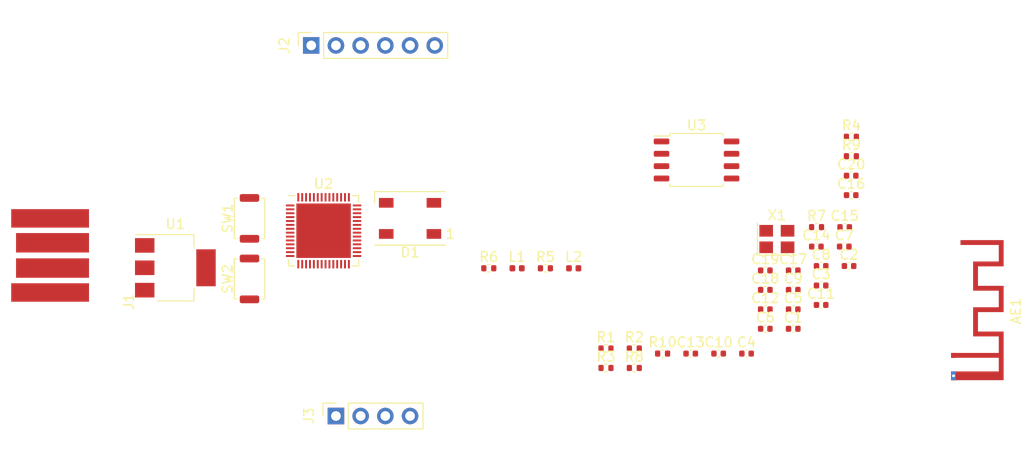
<source format=kicad_pcb>
(kicad_pcb (version 20171130) (host pcbnew "(5.1.12)-1")

  (general
    (thickness 1.6)
    (drawings 0)
    (tracks 0)
    (zones 0)
    (modules 43)
    (nets 63)
  )

  (page A4)
  (layers
    (0 F.Cu signal)
    (31 B.Cu signal)
    (32 B.Adhes user)
    (33 F.Adhes user)
    (34 B.Paste user)
    (35 F.Paste user)
    (36 B.SilkS user)
    (37 F.SilkS user)
    (38 B.Mask user)
    (39 F.Mask user)
    (40 Dwgs.User user)
    (41 Cmts.User user)
    (42 Eco1.User user)
    (43 Eco2.User user)
    (44 Edge.Cuts user)
    (45 Margin user)
    (46 B.CrtYd user)
    (47 F.CrtYd user)
    (48 B.Fab user)
    (49 F.Fab user)
  )

  (setup
    (last_trace_width 0.25)
    (trace_clearance 0.2)
    (zone_clearance 0.508)
    (zone_45_only no)
    (trace_min 0.2)
    (via_size 0.8)
    (via_drill 0.4)
    (via_min_size 0.4)
    (via_min_drill 0.3)
    (uvia_size 0.3)
    (uvia_drill 0.1)
    (uvias_allowed no)
    (uvia_min_size 0.2)
    (uvia_min_drill 0.1)
    (edge_width 0.05)
    (segment_width 0.2)
    (pcb_text_width 0.3)
    (pcb_text_size 1.5 1.5)
    (mod_edge_width 0.12)
    (mod_text_size 1 1)
    (mod_text_width 0.15)
    (pad_size 1.524 1.524)
    (pad_drill 0.762)
    (pad_to_mask_clearance 0)
    (aux_axis_origin 0 0)
    (visible_elements FFFFFF7F)
    (pcbplotparams
      (layerselection 0x010fc_ffffffff)
      (usegerberextensions false)
      (usegerberattributes true)
      (usegerberadvancedattributes true)
      (creategerberjobfile true)
      (excludeedgelayer true)
      (linewidth 0.100000)
      (plotframeref false)
      (viasonmask false)
      (mode 1)
      (useauxorigin false)
      (hpglpennumber 1)
      (hpglpenspeed 20)
      (hpglpendiameter 15.000000)
      (psnegative false)
      (psa4output false)
      (plotreference true)
      (plotvalue true)
      (plotinvisibletext false)
      (padsonsilk false)
      (subtractmaskfromsilk false)
      (outputformat 1)
      (mirror false)
      (drillshape 1)
      (scaleselection 1)
      (outputdirectory ""))
  )

  (net 0 "")
  (net 1 GND)
  (net 2 "Net-(AE1-Pad1)")
  (net 3 +5V)
  (net 4 VDD)
  (net 5 "Net-(C4-Pad1)")
  (net 6 "Net-(C5-Pad1)")
  (net 7 "Net-(C8-Pad1)")
  (net 8 VDDF)
  (net 9 VDD_SPI)
  (net 10 RF)
  (net 11 "Net-(C19-Pad1)")
  (net 12 "Net-(C20-Pad1)")
  (net 13 LED)
  (net 14 "Net-(D1-Pad2)")
  (net 15 JTAG_S)
  (net 16 JTAG_DI)
  (net 17 JTAG_DO)
  (net 18 JTAG_CLK)
  (net 19 RXD)
  (net 20 TXD)
  (net 21 "Net-(R1-Pad1)")
  (net 22 "Net-(R3-Pad2)")
  (net 23 "Net-(R4-Pad1)")
  (net 24 USB_D+)
  (net 25 USB_D-)
  (net 26 "Net-(R7-Pad2)")
  (net 27 IO0)
  (net 28 IO1)
  (net 29 "Net-(R8-Pad2)")
  (net 30 "Net-(R9-Pad2)")
  (net 31 IO2)
  (net 32 IO3)
  (net 33 "Net-(R10-Pad2)")
  (net 34 "Net-(SW2-Pad1)")
  (net 35 "Net-(U2-Pad6)")
  (net 36 "Net-(U2-Pad7)")
  (net 37 "Net-(U2-Pad8)")
  (net 38 "Net-(U2-Pad9)")
  (net 39 "Net-(U2-Pad10)")
  (net 40 "Net-(U2-Pad11)")
  (net 41 "Net-(U2-Pad12)")
  (net 42 "Net-(U2-Pad13)")
  (net 43 "Net-(U2-Pad14)")
  (net 44 "Net-(U2-Pad15)")
  (net 45 "Net-(U2-Pad16)")
  (net 46 "Net-(U2-Pad17)")
  (net 47 "Net-(U2-Pad18)")
  (net 48 "Net-(U2-Pad19)")
  (net 49 "Net-(U2-Pad21)")
  (net 50 "Net-(U2-Pad22)")
  (net 51 "Net-(U2-Pad23)")
  (net 52 "Net-(U2-Pad28)")
  (net 53 "Net-(U2-Pad29)")
  (net 54 SPICS)
  (net 55 SPICLK)
  (net 56 "Net-(U2-Pad37)")
  (net 57 "Net-(U2-Pad38)")
  (net 58 "Net-(U2-Pad40)")
  (net 59 "Net-(U2-Pad41)")
  (net 60 "Net-(U2-Pad42)")
  (net 61 "Net-(U2-Pad50)")
  (net 62 "Net-(U2-Pad55)")

  (net_class Default "This is the default net class."
    (clearance 0.2)
    (trace_width 0.25)
    (via_dia 0.8)
    (via_drill 0.4)
    (uvia_dia 0.3)
    (uvia_drill 0.1)
    (add_net +5V)
    (add_net GND)
    (add_net IO0)
    (add_net IO1)
    (add_net IO2)
    (add_net IO3)
    (add_net JTAG_CLK)
    (add_net JTAG_DI)
    (add_net JTAG_DO)
    (add_net JTAG_S)
    (add_net LED)
    (add_net "Net-(AE1-Pad1)")
    (add_net "Net-(C19-Pad1)")
    (add_net "Net-(C20-Pad1)")
    (add_net "Net-(C4-Pad1)")
    (add_net "Net-(C5-Pad1)")
    (add_net "Net-(C8-Pad1)")
    (add_net "Net-(D1-Pad2)")
    (add_net "Net-(R1-Pad1)")
    (add_net "Net-(R10-Pad2)")
    (add_net "Net-(R3-Pad2)")
    (add_net "Net-(R4-Pad1)")
    (add_net "Net-(R7-Pad2)")
    (add_net "Net-(R8-Pad2)")
    (add_net "Net-(R9-Pad2)")
    (add_net "Net-(SW2-Pad1)")
    (add_net "Net-(U2-Pad10)")
    (add_net "Net-(U2-Pad11)")
    (add_net "Net-(U2-Pad12)")
    (add_net "Net-(U2-Pad13)")
    (add_net "Net-(U2-Pad14)")
    (add_net "Net-(U2-Pad15)")
    (add_net "Net-(U2-Pad16)")
    (add_net "Net-(U2-Pad17)")
    (add_net "Net-(U2-Pad18)")
    (add_net "Net-(U2-Pad19)")
    (add_net "Net-(U2-Pad21)")
    (add_net "Net-(U2-Pad22)")
    (add_net "Net-(U2-Pad23)")
    (add_net "Net-(U2-Pad28)")
    (add_net "Net-(U2-Pad29)")
    (add_net "Net-(U2-Pad37)")
    (add_net "Net-(U2-Pad38)")
    (add_net "Net-(U2-Pad40)")
    (add_net "Net-(U2-Pad41)")
    (add_net "Net-(U2-Pad42)")
    (add_net "Net-(U2-Pad50)")
    (add_net "Net-(U2-Pad55)")
    (add_net "Net-(U2-Pad6)")
    (add_net "Net-(U2-Pad7)")
    (add_net "Net-(U2-Pad8)")
    (add_net "Net-(U2-Pad9)")
    (add_net RF)
    (add_net RXD)
    (add_net SPICLK)
    (add_net SPICS)
    (add_net TXD)
    (add_net USB_D+)
    (add_net USB_D-)
    (add_net VDD)
    (add_net VDDF)
    (add_net VDD_SPI)
  )

  (module RF_Antenna:Texas_SWRA117D_2.4GHz_Left (layer F.Cu) (tedit 5996792C) (tstamp 61AF8824)
    (at 168.91 83.935001 270)
    (descr http://www.ti.com/lit/an/swra117d/swra117d.pdf)
    (tags "PCB antenna")
    (path /61E23686)
    (attr virtual)
    (fp_text reference AE1 (at -4.55 -6.41 90) (layer F.SilkS)
      (effects (font (size 1 1) (thickness 0.15)))
    )
    (fp_text value "2.4GHz 50R Antenna" (at -3.95 1.21 90) (layer F.Fab)
      (effects (font (size 1 1) (thickness 0.15)))
    )
    (fp_line (start 3.2 -5.6) (end -12.3 -5.6) (layer F.Fab) (width 0.15))
    (fp_line (start -12.3 0.35) (end 3.2 0.35) (layer F.Fab) (width 0.15))
    (fp_line (start 3.2 0.35) (end 3.2 -5.6) (layer F.Fab) (width 0.15))
    (fp_line (start -12.3 -5.6) (end -12.3 0.35) (layer F.Fab) (width 0.15))
    (fp_line (start 3.2 0.35) (end 3.2 -5.6) (layer F.CrtYd) (width 0.05))
    (fp_line (start -12.3 0.35) (end 3.2 0.35) (layer F.CrtYd) (width 0.05))
    (fp_line (start -12.3 -5.6) (end -12.3 0.35) (layer F.CrtYd) (width 0.05))
    (fp_line (start 3.2 -5.6) (end -12.3 -5.6) (layer F.CrtYd) (width 0.05))
    (fp_line (start 3.05 -0.25) (end -12.15 -5.45) (layer Dwgs.User) (width 0.15))
    (fp_line (start 3.05 -5.45) (end -12.15 -0.25) (layer Dwgs.User) (width 0.15))
    (fp_line (start -12.15 -0.25) (end -12.15 -5.45) (layer Dwgs.User) (width 0.15))
    (fp_line (start 3.05 -0.25) (end 3.05 -5.45) (layer Dwgs.User) (width 0.15))
    (fp_line (start 3.05 -0.25) (end -12.15 -0.25) (layer Dwgs.User) (width 0.15))
    (fp_line (start 3.05 -5.45) (end -12.15 -5.45) (layer Dwgs.User) (width 0.15))
    (fp_poly (pts (xy -2.45 -2.51) (xy -4.45 -2.51) (xy -4.45 -5.15) (xy -7.15 -5.15)
      (xy -7.15 -2.51) (xy -9.15 -2.51) (xy -9.15 -5.15) (xy -11.85 -5.15)
      (xy -11.85 -0.71) (xy -11.35 -0.71) (xy -11.35 -4.65) (xy -9.65 -4.65)
      (xy -9.65 -2.01) (xy -6.65 -2.01) (xy -6.65 -4.65) (xy -4.95 -4.65)
      (xy -4.95 -2.01) (xy -1.95 -2.01) (xy -1.95 -4.65) (xy -0.25 -4.65)
      (xy -0.25 0.25) (xy 0.25 0.25) (xy 0.25 -4.65) (xy 1.65 -4.65)
      (xy 1.65 0.25) (xy 2.55 0.25) (xy 2.55 0.006785) (xy 2.247583 0.006785)
      (xy 2.237742 0.054395) (xy 2.213674 0.096797) (xy 2.175731 0.129581) (xy 2.167819 0.133935)
      (xy 2.125156 0.146043) (xy 2.076637 0.1453) (xy 2.031122 0.1324) (xy 2.012511 0.121787)
      (xy 1.978868 0.086553) (xy 1.958309 0.041368) (xy 1.951778 -0.008158) (xy 1.960218 -0.056417)
      (xy 1.977112 -0.088643) (xy 2.012372 -0.121313) (xy 2.057682 -0.141408) (xy 2.107267 -0.147982)
      (xy 2.155353 -0.140092) (xy 2.188245 -0.123186) (xy 2.223185 -0.086416) (xy 2.242847 -0.041622)
      (xy 2.247583 0.006785) (xy 2.55 0.006785) (xy 2.55 -5.15) (xy -2.45 -5.15)
      (xy -2.45 -2.51)) (layer F.Cu) (width 0))
    (fp_text user %R (at -4.55 -6.4 90) (layer F.Fab)
      (effects (font (size 1 1) (thickness 0.15)))
    )
    (pad 2 thru_hole rect (at 2.1 0 270) (size 0.9 0.5) (drill 0.3) (layers *.Cu)
      (net 1 GND) (zone_connect 2))
    (pad 1 connect rect (at 0 0 270) (size 0.5 0.5) (layers F.Cu)
      (net 2 "Net-(AE1-Pad1)"))
  )

  (module Capacitor_SMD:C_0402_1005Metric (layer F.Cu) (tedit 5F68FEEE) (tstamp 61AF8835)
    (at 152.425001 81.2)
    (descr "Capacitor SMD 0402 (1005 Metric), square (rectangular) end terminal, IPC_7351 nominal, (Body size source: IPC-SM-782 page 76, https://www.pcb-3d.com/wordpress/wp-content/uploads/ipc-sm-782a_amendment_1_and_2.pdf), generated with kicad-footprint-generator")
    (tags capacitor)
    (path /61B2E65F)
    (attr smd)
    (fp_text reference C1 (at 0 -1.16) (layer F.SilkS)
      (effects (font (size 1 1) (thickness 0.15)))
    )
    (fp_text value "1uF/25V 10%" (at 0 1.16) (layer F.Fab)
      (effects (font (size 1 1) (thickness 0.15)))
    )
    (fp_text user %R (at 0 0) (layer F.Fab)
      (effects (font (size 0.25 0.25) (thickness 0.04)))
    )
    (fp_line (start -0.5 0.25) (end -0.5 -0.25) (layer F.Fab) (width 0.1))
    (fp_line (start -0.5 -0.25) (end 0.5 -0.25) (layer F.Fab) (width 0.1))
    (fp_line (start 0.5 -0.25) (end 0.5 0.25) (layer F.Fab) (width 0.1))
    (fp_line (start 0.5 0.25) (end -0.5 0.25) (layer F.Fab) (width 0.1))
    (fp_line (start -0.107836 -0.36) (end 0.107836 -0.36) (layer F.SilkS) (width 0.12))
    (fp_line (start -0.107836 0.36) (end 0.107836 0.36) (layer F.SilkS) (width 0.12))
    (fp_line (start -0.91 0.46) (end -0.91 -0.46) (layer F.CrtYd) (width 0.05))
    (fp_line (start -0.91 -0.46) (end 0.91 -0.46) (layer F.CrtYd) (width 0.05))
    (fp_line (start 0.91 -0.46) (end 0.91 0.46) (layer F.CrtYd) (width 0.05))
    (fp_line (start 0.91 0.46) (end -0.91 0.46) (layer F.CrtYd) (width 0.05))
    (pad 2 smd roundrect (at 0.48 0) (size 0.56 0.62) (layers F.Cu F.Paste F.Mask) (roundrect_rratio 0.25)
      (net 1 GND))
    (pad 1 smd roundrect (at -0.48 0) (size 0.56 0.62) (layers F.Cu F.Paste F.Mask) (roundrect_rratio 0.25)
      (net 3 +5V))
    (model ${KISYS3DMOD}/Capacitor_SMD.3dshapes/C_0402_1005Metric.wrl
      (at (xyz 0 0 0))
      (scale (xyz 1 1 1))
      (rotate (xyz 0 0 0))
    )
  )

  (module Capacitor_SMD:C_0402_1005Metric (layer F.Cu) (tedit 5F68FEEE) (tstamp 61AF8846)
    (at 158.165001 74.75)
    (descr "Capacitor SMD 0402 (1005 Metric), square (rectangular) end terminal, IPC_7351 nominal, (Body size source: IPC-SM-782 page 76, https://www.pcb-3d.com/wordpress/wp-content/uploads/ipc-sm-782a_amendment_1_and_2.pdf), generated with kicad-footprint-generator")
    (tags capacitor)
    (path /61B46642)
    (attr smd)
    (fp_text reference C2 (at 0 -1.16) (layer F.SilkS)
      (effects (font (size 1 1) (thickness 0.15)))
    )
    (fp_text value "100nF/16V 10%" (at 0 1.16) (layer F.Fab)
      (effects (font (size 1 1) (thickness 0.15)))
    )
    (fp_text user %R (at 0 0) (layer F.Fab)
      (effects (font (size 0.25 0.25) (thickness 0.04)))
    )
    (fp_line (start -0.5 0.25) (end -0.5 -0.25) (layer F.Fab) (width 0.1))
    (fp_line (start -0.5 -0.25) (end 0.5 -0.25) (layer F.Fab) (width 0.1))
    (fp_line (start 0.5 -0.25) (end 0.5 0.25) (layer F.Fab) (width 0.1))
    (fp_line (start 0.5 0.25) (end -0.5 0.25) (layer F.Fab) (width 0.1))
    (fp_line (start -0.107836 -0.36) (end 0.107836 -0.36) (layer F.SilkS) (width 0.12))
    (fp_line (start -0.107836 0.36) (end 0.107836 0.36) (layer F.SilkS) (width 0.12))
    (fp_line (start -0.91 0.46) (end -0.91 -0.46) (layer F.CrtYd) (width 0.05))
    (fp_line (start -0.91 -0.46) (end 0.91 -0.46) (layer F.CrtYd) (width 0.05))
    (fp_line (start 0.91 -0.46) (end 0.91 0.46) (layer F.CrtYd) (width 0.05))
    (fp_line (start 0.91 0.46) (end -0.91 0.46) (layer F.CrtYd) (width 0.05))
    (pad 2 smd roundrect (at 0.48 0) (size 0.56 0.62) (layers F.Cu F.Paste F.Mask) (roundrect_rratio 0.25)
      (net 1 GND))
    (pad 1 smd roundrect (at -0.48 0) (size 0.56 0.62) (layers F.Cu F.Paste F.Mask) (roundrect_rratio 0.25)
      (net 4 VDD))
    (model ${KISYS3DMOD}/Capacitor_SMD.3dshapes/C_0402_1005Metric.wrl
      (at (xyz 0 0 0))
      (scale (xyz 1 1 1))
      (rotate (xyz 0 0 0))
    )
  )

  (module Capacitor_SMD:C_0402_1005Metric (layer F.Cu) (tedit 5F68FEEE) (tstamp 61AF8857)
    (at 155.295001 76.75)
    (descr "Capacitor SMD 0402 (1005 Metric), square (rectangular) end terminal, IPC_7351 nominal, (Body size source: IPC-SM-782 page 76, https://www.pcb-3d.com/wordpress/wp-content/uploads/ipc-sm-782a_amendment_1_and_2.pdf), generated with kicad-footprint-generator")
    (tags capacitor)
    (path /61B4AEFB)
    (attr smd)
    (fp_text reference C3 (at 0 -1.16) (layer F.SilkS)
      (effects (font (size 1 1) (thickness 0.15)))
    )
    (fp_text value "100nF/16V 10%" (at 0 1.16) (layer F.Fab)
      (effects (font (size 1 1) (thickness 0.15)))
    )
    (fp_line (start 0.91 0.46) (end -0.91 0.46) (layer F.CrtYd) (width 0.05))
    (fp_line (start 0.91 -0.46) (end 0.91 0.46) (layer F.CrtYd) (width 0.05))
    (fp_line (start -0.91 -0.46) (end 0.91 -0.46) (layer F.CrtYd) (width 0.05))
    (fp_line (start -0.91 0.46) (end -0.91 -0.46) (layer F.CrtYd) (width 0.05))
    (fp_line (start -0.107836 0.36) (end 0.107836 0.36) (layer F.SilkS) (width 0.12))
    (fp_line (start -0.107836 -0.36) (end 0.107836 -0.36) (layer F.SilkS) (width 0.12))
    (fp_line (start 0.5 0.25) (end -0.5 0.25) (layer F.Fab) (width 0.1))
    (fp_line (start 0.5 -0.25) (end 0.5 0.25) (layer F.Fab) (width 0.1))
    (fp_line (start -0.5 -0.25) (end 0.5 -0.25) (layer F.Fab) (width 0.1))
    (fp_line (start -0.5 0.25) (end -0.5 -0.25) (layer F.Fab) (width 0.1))
    (fp_text user %R (at 0 0) (layer F.Fab)
      (effects (font (size 0.25 0.25) (thickness 0.04)))
    )
    (pad 1 smd roundrect (at -0.48 0) (size 0.56 0.62) (layers F.Cu F.Paste F.Mask) (roundrect_rratio 0.25)
      (net 4 VDD))
    (pad 2 smd roundrect (at 0.48 0) (size 0.56 0.62) (layers F.Cu F.Paste F.Mask) (roundrect_rratio 0.25)
      (net 1 GND))
    (model ${KISYS3DMOD}/Capacitor_SMD.3dshapes/C_0402_1005Metric.wrl
      (at (xyz 0 0 0))
      (scale (xyz 1 1 1))
      (rotate (xyz 0 0 0))
    )
  )

  (module Capacitor_SMD:C_0402_1005Metric (layer F.Cu) (tedit 5F68FEEE) (tstamp 61AF8868)
    (at 147.625001 83.75)
    (descr "Capacitor SMD 0402 (1005 Metric), square (rectangular) end terminal, IPC_7351 nominal, (Body size source: IPC-SM-782 page 76, https://www.pcb-3d.com/wordpress/wp-content/uploads/ipc-sm-782a_amendment_1_and_2.pdf), generated with kicad-footprint-generator")
    (tags capacitor)
    (path /61AED920)
    (attr smd)
    (fp_text reference C4 (at 0 -1.16) (layer F.SilkS)
      (effects (font (size 1 1) (thickness 0.15)))
    )
    (fp_text value "12pF/50V 5%" (at 0 1.16) (layer F.Fab)
      (effects (font (size 1 1) (thickness 0.15)))
    )
    (fp_line (start 0.91 0.46) (end -0.91 0.46) (layer F.CrtYd) (width 0.05))
    (fp_line (start 0.91 -0.46) (end 0.91 0.46) (layer F.CrtYd) (width 0.05))
    (fp_line (start -0.91 -0.46) (end 0.91 -0.46) (layer F.CrtYd) (width 0.05))
    (fp_line (start -0.91 0.46) (end -0.91 -0.46) (layer F.CrtYd) (width 0.05))
    (fp_line (start -0.107836 0.36) (end 0.107836 0.36) (layer F.SilkS) (width 0.12))
    (fp_line (start -0.107836 -0.36) (end 0.107836 -0.36) (layer F.SilkS) (width 0.12))
    (fp_line (start 0.5 0.25) (end -0.5 0.25) (layer F.Fab) (width 0.1))
    (fp_line (start 0.5 -0.25) (end 0.5 0.25) (layer F.Fab) (width 0.1))
    (fp_line (start -0.5 -0.25) (end 0.5 -0.25) (layer F.Fab) (width 0.1))
    (fp_line (start -0.5 0.25) (end -0.5 -0.25) (layer F.Fab) (width 0.1))
    (fp_text user %R (at 0 0) (layer F.Fab)
      (effects (font (size 0.25 0.25) (thickness 0.04)))
    )
    (pad 1 smd roundrect (at -0.48 0) (size 0.56 0.62) (layers F.Cu F.Paste F.Mask) (roundrect_rratio 0.25)
      (net 5 "Net-(C4-Pad1)"))
    (pad 2 smd roundrect (at 0.48 0) (size 0.56 0.62) (layers F.Cu F.Paste F.Mask) (roundrect_rratio 0.25)
      (net 1 GND))
    (model ${KISYS3DMOD}/Capacitor_SMD.3dshapes/C_0402_1005Metric.wrl
      (at (xyz 0 0 0))
      (scale (xyz 1 1 1))
      (rotate (xyz 0 0 0))
    )
  )

  (module Capacitor_SMD:C_0402_1005Metric (layer F.Cu) (tedit 5F68FEEE) (tstamp 61AF8879)
    (at 152.425001 79.2)
    (descr "Capacitor SMD 0402 (1005 Metric), square (rectangular) end terminal, IPC_7351 nominal, (Body size source: IPC-SM-782 page 76, https://www.pcb-3d.com/wordpress/wp-content/uploads/ipc-sm-782a_amendment_1_and_2.pdf), generated with kicad-footprint-generator")
    (tags capacitor)
    (path /61AEF45A)
    (attr smd)
    (fp_text reference C5 (at 0 -1.16) (layer F.SilkS)
      (effects (font (size 1 1) (thickness 0.15)))
    )
    (fp_text value "12pF/50V 5%" (at 0 1.16) (layer F.Fab)
      (effects (font (size 1 1) (thickness 0.15)))
    )
    (fp_text user %R (at 0 0) (layer F.Fab)
      (effects (font (size 0.25 0.25) (thickness 0.04)))
    )
    (fp_line (start -0.5 0.25) (end -0.5 -0.25) (layer F.Fab) (width 0.1))
    (fp_line (start -0.5 -0.25) (end 0.5 -0.25) (layer F.Fab) (width 0.1))
    (fp_line (start 0.5 -0.25) (end 0.5 0.25) (layer F.Fab) (width 0.1))
    (fp_line (start 0.5 0.25) (end -0.5 0.25) (layer F.Fab) (width 0.1))
    (fp_line (start -0.107836 -0.36) (end 0.107836 -0.36) (layer F.SilkS) (width 0.12))
    (fp_line (start -0.107836 0.36) (end 0.107836 0.36) (layer F.SilkS) (width 0.12))
    (fp_line (start -0.91 0.46) (end -0.91 -0.46) (layer F.CrtYd) (width 0.05))
    (fp_line (start -0.91 -0.46) (end 0.91 -0.46) (layer F.CrtYd) (width 0.05))
    (fp_line (start 0.91 -0.46) (end 0.91 0.46) (layer F.CrtYd) (width 0.05))
    (fp_line (start 0.91 0.46) (end -0.91 0.46) (layer F.CrtYd) (width 0.05))
    (pad 2 smd roundrect (at 0.48 0) (size 0.56 0.62) (layers F.Cu F.Paste F.Mask) (roundrect_rratio 0.25)
      (net 1 GND))
    (pad 1 smd roundrect (at -0.48 0) (size 0.56 0.62) (layers F.Cu F.Paste F.Mask) (roundrect_rratio 0.25)
      (net 6 "Net-(C5-Pad1)"))
    (model ${KISYS3DMOD}/Capacitor_SMD.3dshapes/C_0402_1005Metric.wrl
      (at (xyz 0 0 0))
      (scale (xyz 1 1 1))
      (rotate (xyz 0 0 0))
    )
  )

  (module Capacitor_SMD:C_0402_1005Metric (layer F.Cu) (tedit 5F68FEEE) (tstamp 61AF888A)
    (at 149.555001 81.2)
    (descr "Capacitor SMD 0402 (1005 Metric), square (rectangular) end terminal, IPC_7351 nominal, (Body size source: IPC-SM-782 page 76, https://www.pcb-3d.com/wordpress/wp-content/uploads/ipc-sm-782a_amendment_1_and_2.pdf), generated with kicad-footprint-generator")
    (tags capacitor)
    (path /61B4E64F)
    (attr smd)
    (fp_text reference C6 (at 0 -1.16) (layer F.SilkS)
      (effects (font (size 1 1) (thickness 0.15)))
    )
    (fp_text value "100nF/16V 10%" (at 0 1.16) (layer F.Fab)
      (effects (font (size 1 1) (thickness 0.15)))
    )
    (fp_text user %R (at 0 0) (layer F.Fab)
      (effects (font (size 0.25 0.25) (thickness 0.04)))
    )
    (fp_line (start -0.5 0.25) (end -0.5 -0.25) (layer F.Fab) (width 0.1))
    (fp_line (start -0.5 -0.25) (end 0.5 -0.25) (layer F.Fab) (width 0.1))
    (fp_line (start 0.5 -0.25) (end 0.5 0.25) (layer F.Fab) (width 0.1))
    (fp_line (start 0.5 0.25) (end -0.5 0.25) (layer F.Fab) (width 0.1))
    (fp_line (start -0.107836 -0.36) (end 0.107836 -0.36) (layer F.SilkS) (width 0.12))
    (fp_line (start -0.107836 0.36) (end 0.107836 0.36) (layer F.SilkS) (width 0.12))
    (fp_line (start -0.91 0.46) (end -0.91 -0.46) (layer F.CrtYd) (width 0.05))
    (fp_line (start -0.91 -0.46) (end 0.91 -0.46) (layer F.CrtYd) (width 0.05))
    (fp_line (start 0.91 -0.46) (end 0.91 0.46) (layer F.CrtYd) (width 0.05))
    (fp_line (start 0.91 0.46) (end -0.91 0.46) (layer F.CrtYd) (width 0.05))
    (pad 2 smd roundrect (at 0.48 0) (size 0.56 0.62) (layers F.Cu F.Paste F.Mask) (roundrect_rratio 0.25)
      (net 1 GND))
    (pad 1 smd roundrect (at -0.48 0) (size 0.56 0.62) (layers F.Cu F.Paste F.Mask) (roundrect_rratio 0.25)
      (net 4 VDD))
    (model ${KISYS3DMOD}/Capacitor_SMD.3dshapes/C_0402_1005Metric.wrl
      (at (xyz 0 0 0))
      (scale (xyz 1 1 1))
      (rotate (xyz 0 0 0))
    )
  )

  (module Capacitor_SMD:C_0402_1005Metric (layer F.Cu) (tedit 5F68FEEE) (tstamp 61AF889B)
    (at 157.675001 72.75)
    (descr "Capacitor SMD 0402 (1005 Metric), square (rectangular) end terminal, IPC_7351 nominal, (Body size source: IPC-SM-782 page 76, https://www.pcb-3d.com/wordpress/wp-content/uploads/ipc-sm-782a_amendment_1_and_2.pdf), generated with kicad-footprint-generator")
    (tags capacitor)
    (path /61B51BBC)
    (attr smd)
    (fp_text reference C7 (at 0 -1.16) (layer F.SilkS)
      (effects (font (size 1 1) (thickness 0.15)))
    )
    (fp_text value "1uF/25V 10%" (at 0 1.16) (layer F.Fab)
      (effects (font (size 1 1) (thickness 0.15)))
    )
    (fp_line (start 0.91 0.46) (end -0.91 0.46) (layer F.CrtYd) (width 0.05))
    (fp_line (start 0.91 -0.46) (end 0.91 0.46) (layer F.CrtYd) (width 0.05))
    (fp_line (start -0.91 -0.46) (end 0.91 -0.46) (layer F.CrtYd) (width 0.05))
    (fp_line (start -0.91 0.46) (end -0.91 -0.46) (layer F.CrtYd) (width 0.05))
    (fp_line (start -0.107836 0.36) (end 0.107836 0.36) (layer F.SilkS) (width 0.12))
    (fp_line (start -0.107836 -0.36) (end 0.107836 -0.36) (layer F.SilkS) (width 0.12))
    (fp_line (start 0.5 0.25) (end -0.5 0.25) (layer F.Fab) (width 0.1))
    (fp_line (start 0.5 -0.25) (end 0.5 0.25) (layer F.Fab) (width 0.1))
    (fp_line (start -0.5 -0.25) (end 0.5 -0.25) (layer F.Fab) (width 0.1))
    (fp_line (start -0.5 0.25) (end -0.5 -0.25) (layer F.Fab) (width 0.1))
    (fp_text user %R (at 0 0) (layer F.Fab)
      (effects (font (size 0.25 0.25) (thickness 0.04)))
    )
    (pad 1 smd roundrect (at -0.48 0) (size 0.56 0.62) (layers F.Cu F.Paste F.Mask) (roundrect_rratio 0.25)
      (net 4 VDD))
    (pad 2 smd roundrect (at 0.48 0) (size 0.56 0.62) (layers F.Cu F.Paste F.Mask) (roundrect_rratio 0.25)
      (net 1 GND))
    (model ${KISYS3DMOD}/Capacitor_SMD.3dshapes/C_0402_1005Metric.wrl
      (at (xyz 0 0 0))
      (scale (xyz 1 1 1))
      (rotate (xyz 0 0 0))
    )
  )

  (module Capacitor_SMD:C_0402_1005Metric (layer F.Cu) (tedit 5F68FEEE) (tstamp 61AF88AC)
    (at 155.295001 74.75)
    (descr "Capacitor SMD 0402 (1005 Metric), square (rectangular) end terminal, IPC_7351 nominal, (Body size source: IPC-SM-782 page 76, https://www.pcb-3d.com/wordpress/wp-content/uploads/ipc-sm-782a_amendment_1_and_2.pdf), generated with kicad-footprint-generator")
    (tags capacitor)
    (path /61B8839F)
    (attr smd)
    (fp_text reference C8 (at 0 -1.16) (layer F.SilkS)
      (effects (font (size 1 1) (thickness 0.15)))
    )
    (fp_text value "1uF/25V 10%" (at 0 1.16) (layer F.Fab)
      (effects (font (size 1 1) (thickness 0.15)))
    )
    (fp_line (start 0.91 0.46) (end -0.91 0.46) (layer F.CrtYd) (width 0.05))
    (fp_line (start 0.91 -0.46) (end 0.91 0.46) (layer F.CrtYd) (width 0.05))
    (fp_line (start -0.91 -0.46) (end 0.91 -0.46) (layer F.CrtYd) (width 0.05))
    (fp_line (start -0.91 0.46) (end -0.91 -0.46) (layer F.CrtYd) (width 0.05))
    (fp_line (start -0.107836 0.36) (end 0.107836 0.36) (layer F.SilkS) (width 0.12))
    (fp_line (start -0.107836 -0.36) (end 0.107836 -0.36) (layer F.SilkS) (width 0.12))
    (fp_line (start 0.5 0.25) (end -0.5 0.25) (layer F.Fab) (width 0.1))
    (fp_line (start 0.5 -0.25) (end 0.5 0.25) (layer F.Fab) (width 0.1))
    (fp_line (start -0.5 -0.25) (end 0.5 -0.25) (layer F.Fab) (width 0.1))
    (fp_line (start -0.5 0.25) (end -0.5 -0.25) (layer F.Fab) (width 0.1))
    (fp_text user %R (at 0 0) (layer F.Fab)
      (effects (font (size 0.25 0.25) (thickness 0.04)))
    )
    (pad 1 smd roundrect (at -0.48 0) (size 0.56 0.62) (layers F.Cu F.Paste F.Mask) (roundrect_rratio 0.25)
      (net 7 "Net-(C8-Pad1)"))
    (pad 2 smd roundrect (at 0.48 0) (size 0.56 0.62) (layers F.Cu F.Paste F.Mask) (roundrect_rratio 0.25)
      (net 1 GND))
    (model ${KISYS3DMOD}/Capacitor_SMD.3dshapes/C_0402_1005Metric.wrl
      (at (xyz 0 0 0))
      (scale (xyz 1 1 1))
      (rotate (xyz 0 0 0))
    )
  )

  (module Capacitor_SMD:C_0402_1005Metric (layer F.Cu) (tedit 5F68FEEE) (tstamp 61AF88BD)
    (at 152.425001 77.2)
    (descr "Capacitor SMD 0402 (1005 Metric), square (rectangular) end terminal, IPC_7351 nominal, (Body size source: IPC-SM-782 page 76, https://www.pcb-3d.com/wordpress/wp-content/uploads/ipc-sm-782a_amendment_1_and_2.pdf), generated with kicad-footprint-generator")
    (tags capacitor)
    (path /61B51BCA)
    (attr smd)
    (fp_text reference C9 (at 0 -1.16) (layer F.SilkS)
      (effects (font (size 1 1) (thickness 0.15)))
    )
    (fp_text value "100pF/50V 5%" (at 0 1.16) (layer F.Fab)
      (effects (font (size 1 1) (thickness 0.15)))
    )
    (fp_line (start 0.91 0.46) (end -0.91 0.46) (layer F.CrtYd) (width 0.05))
    (fp_line (start 0.91 -0.46) (end 0.91 0.46) (layer F.CrtYd) (width 0.05))
    (fp_line (start -0.91 -0.46) (end 0.91 -0.46) (layer F.CrtYd) (width 0.05))
    (fp_line (start -0.91 0.46) (end -0.91 -0.46) (layer F.CrtYd) (width 0.05))
    (fp_line (start -0.107836 0.36) (end 0.107836 0.36) (layer F.SilkS) (width 0.12))
    (fp_line (start -0.107836 -0.36) (end 0.107836 -0.36) (layer F.SilkS) (width 0.12))
    (fp_line (start 0.5 0.25) (end -0.5 0.25) (layer F.Fab) (width 0.1))
    (fp_line (start 0.5 -0.25) (end 0.5 0.25) (layer F.Fab) (width 0.1))
    (fp_line (start -0.5 -0.25) (end 0.5 -0.25) (layer F.Fab) (width 0.1))
    (fp_line (start -0.5 0.25) (end -0.5 -0.25) (layer F.Fab) (width 0.1))
    (fp_text user %R (at 0 0) (layer F.Fab)
      (effects (font (size 0.25 0.25) (thickness 0.04)))
    )
    (pad 1 smd roundrect (at -0.48 0) (size 0.56 0.62) (layers F.Cu F.Paste F.Mask) (roundrect_rratio 0.25)
      (net 4 VDD))
    (pad 2 smd roundrect (at 0.48 0) (size 0.56 0.62) (layers F.Cu F.Paste F.Mask) (roundrect_rratio 0.25)
      (net 1 GND))
    (model ${KISYS3DMOD}/Capacitor_SMD.3dshapes/C_0402_1005Metric.wrl
      (at (xyz 0 0 0))
      (scale (xyz 1 1 1))
      (rotate (xyz 0 0 0))
    )
  )

  (module Capacitor_SMD:C_0402_1005Metric (layer F.Cu) (tedit 5F68FEEE) (tstamp 61AF88CE)
    (at 144.755001 83.75)
    (descr "Capacitor SMD 0402 (1005 Metric), square (rectangular) end terminal, IPC_7351 nominal, (Body size source: IPC-SM-782 page 76, https://www.pcb-3d.com/wordpress/wp-content/uploads/ipc-sm-782a_amendment_1_and_2.pdf), generated with kicad-footprint-generator")
    (tags capacitor)
    (path /61AF1A9A)
    (attr smd)
    (fp_text reference C10 (at 0 -1.16) (layer F.SilkS)
      (effects (font (size 1 1) (thickness 0.15)))
    )
    (fp_text value "100nF/16V 10%" (at 0 1.16) (layer F.Fab)
      (effects (font (size 1 1) (thickness 0.15)))
    )
    (fp_line (start 0.91 0.46) (end -0.91 0.46) (layer F.CrtYd) (width 0.05))
    (fp_line (start 0.91 -0.46) (end 0.91 0.46) (layer F.CrtYd) (width 0.05))
    (fp_line (start -0.91 -0.46) (end 0.91 -0.46) (layer F.CrtYd) (width 0.05))
    (fp_line (start -0.91 0.46) (end -0.91 -0.46) (layer F.CrtYd) (width 0.05))
    (fp_line (start -0.107836 0.36) (end 0.107836 0.36) (layer F.SilkS) (width 0.12))
    (fp_line (start -0.107836 -0.36) (end 0.107836 -0.36) (layer F.SilkS) (width 0.12))
    (fp_line (start 0.5 0.25) (end -0.5 0.25) (layer F.Fab) (width 0.1))
    (fp_line (start 0.5 -0.25) (end 0.5 0.25) (layer F.Fab) (width 0.1))
    (fp_line (start -0.5 -0.25) (end 0.5 -0.25) (layer F.Fab) (width 0.1))
    (fp_line (start -0.5 0.25) (end -0.5 -0.25) (layer F.Fab) (width 0.1))
    (fp_text user %R (at 0 0) (layer F.Fab)
      (effects (font (size 0.25 0.25) (thickness 0.04)))
    )
    (pad 1 smd roundrect (at -0.48 0) (size 0.56 0.62) (layers F.Cu F.Paste F.Mask) (roundrect_rratio 0.25)
      (net 4 VDD))
    (pad 2 smd roundrect (at 0.48 0) (size 0.56 0.62) (layers F.Cu F.Paste F.Mask) (roundrect_rratio 0.25)
      (net 1 GND))
    (model ${KISYS3DMOD}/Capacitor_SMD.3dshapes/C_0402_1005Metric.wrl
      (at (xyz 0 0 0))
      (scale (xyz 1 1 1))
      (rotate (xyz 0 0 0))
    )
  )

  (module Capacitor_SMD:C_0402_1005Metric (layer F.Cu) (tedit 5F68FEEE) (tstamp 61AF88DF)
    (at 155.295001 78.75)
    (descr "Capacitor SMD 0402 (1005 Metric), square (rectangular) end terminal, IPC_7351 nominal, (Body size source: IPC-SM-782 page 76, https://www.pcb-3d.com/wordpress/wp-content/uploads/ipc-sm-782a_amendment_1_and_2.pdf), generated with kicad-footprint-generator")
    (tags capacitor)
    (path /61B5AB18)
    (attr smd)
    (fp_text reference C11 (at 0 -1.16) (layer F.SilkS)
      (effects (font (size 1 1) (thickness 0.15)))
    )
    (fp_text value "10uF/6.3V 20%" (at 0 1.16) (layer F.Fab)
      (effects (font (size 1 1) (thickness 0.15)))
    )
    (fp_text user %R (at 0 0) (layer F.Fab)
      (effects (font (size 0.25 0.25) (thickness 0.04)))
    )
    (fp_line (start -0.5 0.25) (end -0.5 -0.25) (layer F.Fab) (width 0.1))
    (fp_line (start -0.5 -0.25) (end 0.5 -0.25) (layer F.Fab) (width 0.1))
    (fp_line (start 0.5 -0.25) (end 0.5 0.25) (layer F.Fab) (width 0.1))
    (fp_line (start 0.5 0.25) (end -0.5 0.25) (layer F.Fab) (width 0.1))
    (fp_line (start -0.107836 -0.36) (end 0.107836 -0.36) (layer F.SilkS) (width 0.12))
    (fp_line (start -0.107836 0.36) (end 0.107836 0.36) (layer F.SilkS) (width 0.12))
    (fp_line (start -0.91 0.46) (end -0.91 -0.46) (layer F.CrtYd) (width 0.05))
    (fp_line (start -0.91 -0.46) (end 0.91 -0.46) (layer F.CrtYd) (width 0.05))
    (fp_line (start 0.91 -0.46) (end 0.91 0.46) (layer F.CrtYd) (width 0.05))
    (fp_line (start 0.91 0.46) (end -0.91 0.46) (layer F.CrtYd) (width 0.05))
    (pad 2 smd roundrect (at 0.48 0) (size 0.56 0.62) (layers F.Cu F.Paste F.Mask) (roundrect_rratio 0.25)
      (net 1 GND))
    (pad 1 smd roundrect (at -0.48 0) (size 0.56 0.62) (layers F.Cu F.Paste F.Mask) (roundrect_rratio 0.25)
      (net 4 VDD))
    (model ${KISYS3DMOD}/Capacitor_SMD.3dshapes/C_0402_1005Metric.wrl
      (at (xyz 0 0 0))
      (scale (xyz 1 1 1))
      (rotate (xyz 0 0 0))
    )
  )

  (module Capacitor_SMD:C_0402_1005Metric (layer F.Cu) (tedit 5F68FEEE) (tstamp 61AF88F0)
    (at 149.555001 79.2)
    (descr "Capacitor SMD 0402 (1005 Metric), square (rectangular) end terminal, IPC_7351 nominal, (Body size source: IPC-SM-782 page 76, https://www.pcb-3d.com/wordpress/wp-content/uploads/ipc-sm-782a_amendment_1_and_2.pdf), generated with kicad-footprint-generator")
    (tags capacitor)
    (path /61B5AF7A)
    (attr smd)
    (fp_text reference C12 (at 0 -1.16) (layer F.SilkS)
      (effects (font (size 1 1) (thickness 0.15)))
    )
    (fp_text value "1uF/25V 10%" (at 0 1.16) (layer F.Fab)
      (effects (font (size 1 1) (thickness 0.15)))
    )
    (fp_text user %R (at 0 0) (layer F.Fab)
      (effects (font (size 0.25 0.25) (thickness 0.04)))
    )
    (fp_line (start -0.5 0.25) (end -0.5 -0.25) (layer F.Fab) (width 0.1))
    (fp_line (start -0.5 -0.25) (end 0.5 -0.25) (layer F.Fab) (width 0.1))
    (fp_line (start 0.5 -0.25) (end 0.5 0.25) (layer F.Fab) (width 0.1))
    (fp_line (start 0.5 0.25) (end -0.5 0.25) (layer F.Fab) (width 0.1))
    (fp_line (start -0.107836 -0.36) (end 0.107836 -0.36) (layer F.SilkS) (width 0.12))
    (fp_line (start -0.107836 0.36) (end 0.107836 0.36) (layer F.SilkS) (width 0.12))
    (fp_line (start -0.91 0.46) (end -0.91 -0.46) (layer F.CrtYd) (width 0.05))
    (fp_line (start -0.91 -0.46) (end 0.91 -0.46) (layer F.CrtYd) (width 0.05))
    (fp_line (start 0.91 -0.46) (end 0.91 0.46) (layer F.CrtYd) (width 0.05))
    (fp_line (start 0.91 0.46) (end -0.91 0.46) (layer F.CrtYd) (width 0.05))
    (pad 2 smd roundrect (at 0.48 0) (size 0.56 0.62) (layers F.Cu F.Paste F.Mask) (roundrect_rratio 0.25)
      (net 1 GND))
    (pad 1 smd roundrect (at -0.48 0) (size 0.56 0.62) (layers F.Cu F.Paste F.Mask) (roundrect_rratio 0.25)
      (net 4 VDD))
    (model ${KISYS3DMOD}/Capacitor_SMD.3dshapes/C_0402_1005Metric.wrl
      (at (xyz 0 0 0))
      (scale (xyz 1 1 1))
      (rotate (xyz 0 0 0))
    )
  )

  (module Capacitor_SMD:C_0402_1005Metric (layer F.Cu) (tedit 5F68FEEE) (tstamp 61AF8901)
    (at 141.885001 83.75)
    (descr "Capacitor SMD 0402 (1005 Metric), square (rectangular) end terminal, IPC_7351 nominal, (Body size source: IPC-SM-782 page 76, https://www.pcb-3d.com/wordpress/wp-content/uploads/ipc-sm-782a_amendment_1_and_2.pdf), generated with kicad-footprint-generator")
    (tags capacitor)
    (path /61B5B6D9)
    (attr smd)
    (fp_text reference C13 (at 0 -1.16) (layer F.SilkS)
      (effects (font (size 1 1) (thickness 0.15)))
    )
    (fp_text value "100nF/16V 10%" (at 0 1.16) (layer F.Fab)
      (effects (font (size 1 1) (thickness 0.15)))
    )
    (fp_line (start 0.91 0.46) (end -0.91 0.46) (layer F.CrtYd) (width 0.05))
    (fp_line (start 0.91 -0.46) (end 0.91 0.46) (layer F.CrtYd) (width 0.05))
    (fp_line (start -0.91 -0.46) (end 0.91 -0.46) (layer F.CrtYd) (width 0.05))
    (fp_line (start -0.91 0.46) (end -0.91 -0.46) (layer F.CrtYd) (width 0.05))
    (fp_line (start -0.107836 0.36) (end 0.107836 0.36) (layer F.SilkS) (width 0.12))
    (fp_line (start -0.107836 -0.36) (end 0.107836 -0.36) (layer F.SilkS) (width 0.12))
    (fp_line (start 0.5 0.25) (end -0.5 0.25) (layer F.Fab) (width 0.1))
    (fp_line (start 0.5 -0.25) (end 0.5 0.25) (layer F.Fab) (width 0.1))
    (fp_line (start -0.5 -0.25) (end 0.5 -0.25) (layer F.Fab) (width 0.1))
    (fp_line (start -0.5 0.25) (end -0.5 -0.25) (layer F.Fab) (width 0.1))
    (fp_text user %R (at 0 0) (layer F.Fab)
      (effects (font (size 0.25 0.25) (thickness 0.04)))
    )
    (pad 1 smd roundrect (at -0.48 0) (size 0.56 0.62) (layers F.Cu F.Paste F.Mask) (roundrect_rratio 0.25)
      (net 4 VDD))
    (pad 2 smd roundrect (at 0.48 0) (size 0.56 0.62) (layers F.Cu F.Paste F.Mask) (roundrect_rratio 0.25)
      (net 1 GND))
    (model ${KISYS3DMOD}/Capacitor_SMD.3dshapes/C_0402_1005Metric.wrl
      (at (xyz 0 0 0))
      (scale (xyz 1 1 1))
      (rotate (xyz 0 0 0))
    )
  )

  (module Capacitor_SMD:C_0402_1005Metric (layer F.Cu) (tedit 5F68FEEE) (tstamp 61AF8912)
    (at 154.805001 72.75)
    (descr "Capacitor SMD 0402 (1005 Metric), square (rectangular) end terminal, IPC_7351 nominal, (Body size source: IPC-SM-782 page 76, https://www.pcb-3d.com/wordpress/wp-content/uploads/ipc-sm-782a_amendment_1_and_2.pdf), generated with kicad-footprint-generator")
    (tags capacitor)
    (path /61B5CA5C)
    (attr smd)
    (fp_text reference C14 (at 0 -1.16) (layer F.SilkS)
      (effects (font (size 1 1) (thickness 0.15)))
    )
    (fp_text value "100nF/16V 10%" (at 0 1.16) (layer F.Fab)
      (effects (font (size 1 1) (thickness 0.15)))
    )
    (fp_text user %R (at 0 0) (layer F.Fab)
      (effects (font (size 0.25 0.25) (thickness 0.04)))
    )
    (fp_line (start -0.5 0.25) (end -0.5 -0.25) (layer F.Fab) (width 0.1))
    (fp_line (start -0.5 -0.25) (end 0.5 -0.25) (layer F.Fab) (width 0.1))
    (fp_line (start 0.5 -0.25) (end 0.5 0.25) (layer F.Fab) (width 0.1))
    (fp_line (start 0.5 0.25) (end -0.5 0.25) (layer F.Fab) (width 0.1))
    (fp_line (start -0.107836 -0.36) (end 0.107836 -0.36) (layer F.SilkS) (width 0.12))
    (fp_line (start -0.107836 0.36) (end 0.107836 0.36) (layer F.SilkS) (width 0.12))
    (fp_line (start -0.91 0.46) (end -0.91 -0.46) (layer F.CrtYd) (width 0.05))
    (fp_line (start -0.91 -0.46) (end 0.91 -0.46) (layer F.CrtYd) (width 0.05))
    (fp_line (start 0.91 -0.46) (end 0.91 0.46) (layer F.CrtYd) (width 0.05))
    (fp_line (start 0.91 0.46) (end -0.91 0.46) (layer F.CrtYd) (width 0.05))
    (pad 2 smd roundrect (at 0.48 0) (size 0.56 0.62) (layers F.Cu F.Paste F.Mask) (roundrect_rratio 0.25)
      (net 1 GND))
    (pad 1 smd roundrect (at -0.48 0) (size 0.56 0.62) (layers F.Cu F.Paste F.Mask) (roundrect_rratio 0.25)
      (net 8 VDDF))
    (model ${KISYS3DMOD}/Capacitor_SMD.3dshapes/C_0402_1005Metric.wrl
      (at (xyz 0 0 0))
      (scale (xyz 1 1 1))
      (rotate (xyz 0 0 0))
    )
  )

  (module Capacitor_SMD:C_0402_1005Metric (layer F.Cu) (tedit 5F68FEEE) (tstamp 61AF8923)
    (at 157.715001 70.75)
    (descr "Capacitor SMD 0402 (1005 Metric), square (rectangular) end terminal, IPC_7351 nominal, (Body size source: IPC-SM-782 page 76, https://www.pcb-3d.com/wordpress/wp-content/uploads/ipc-sm-782a_amendment_1_and_2.pdf), generated with kicad-footprint-generator")
    (tags capacitor)
    (path /61C887D6)
    (attr smd)
    (fp_text reference C15 (at 0 -1.16) (layer F.SilkS)
      (effects (font (size 1 1) (thickness 0.15)))
    )
    (fp_text value "100nF/16V 10%" (at 0 1.16) (layer F.Fab)
      (effects (font (size 1 1) (thickness 0.15)))
    )
    (fp_text user %R (at 0 0) (layer F.Fab)
      (effects (font (size 0.25 0.25) (thickness 0.04)))
    )
    (fp_line (start -0.5 0.25) (end -0.5 -0.25) (layer F.Fab) (width 0.1))
    (fp_line (start -0.5 -0.25) (end 0.5 -0.25) (layer F.Fab) (width 0.1))
    (fp_line (start 0.5 -0.25) (end 0.5 0.25) (layer F.Fab) (width 0.1))
    (fp_line (start 0.5 0.25) (end -0.5 0.25) (layer F.Fab) (width 0.1))
    (fp_line (start -0.107836 -0.36) (end 0.107836 -0.36) (layer F.SilkS) (width 0.12))
    (fp_line (start -0.107836 0.36) (end 0.107836 0.36) (layer F.SilkS) (width 0.12))
    (fp_line (start -0.91 0.46) (end -0.91 -0.46) (layer F.CrtYd) (width 0.05))
    (fp_line (start -0.91 -0.46) (end 0.91 -0.46) (layer F.CrtYd) (width 0.05))
    (fp_line (start 0.91 -0.46) (end 0.91 0.46) (layer F.CrtYd) (width 0.05))
    (fp_line (start 0.91 0.46) (end -0.91 0.46) (layer F.CrtYd) (width 0.05))
    (pad 2 smd roundrect (at 0.48 0) (size 0.56 0.62) (layers F.Cu F.Paste F.Mask) (roundrect_rratio 0.25)
      (net 1 GND))
    (pad 1 smd roundrect (at -0.48 0) (size 0.56 0.62) (layers F.Cu F.Paste F.Mask) (roundrect_rratio 0.25)
      (net 9 VDD_SPI))
    (model ${KISYS3DMOD}/Capacitor_SMD.3dshapes/C_0402_1005Metric.wrl
      (at (xyz 0 0 0))
      (scale (xyz 1 1 1))
      (rotate (xyz 0 0 0))
    )
  )

  (module Capacitor_SMD:C_0402_1005Metric (layer F.Cu) (tedit 5F68FEEE) (tstamp 61AF8934)
    (at 158.385001 67.46)
    (descr "Capacitor SMD 0402 (1005 Metric), square (rectangular) end terminal, IPC_7351 nominal, (Body size source: IPC-SM-782 page 76, https://www.pcb-3d.com/wordpress/wp-content/uploads/ipc-sm-782a_amendment_1_and_2.pdf), generated with kicad-footprint-generator")
    (tags capacitor)
    (path /61C889CE)
    (attr smd)
    (fp_text reference C16 (at 0 -1.16) (layer F.SilkS)
      (effects (font (size 1 1) (thickness 0.15)))
    )
    (fp_text value "1uF/25V 10%" (at 0 1.16) (layer F.Fab)
      (effects (font (size 1 1) (thickness 0.15)))
    )
    (fp_line (start 0.91 0.46) (end -0.91 0.46) (layer F.CrtYd) (width 0.05))
    (fp_line (start 0.91 -0.46) (end 0.91 0.46) (layer F.CrtYd) (width 0.05))
    (fp_line (start -0.91 -0.46) (end 0.91 -0.46) (layer F.CrtYd) (width 0.05))
    (fp_line (start -0.91 0.46) (end -0.91 -0.46) (layer F.CrtYd) (width 0.05))
    (fp_line (start -0.107836 0.36) (end 0.107836 0.36) (layer F.SilkS) (width 0.12))
    (fp_line (start -0.107836 -0.36) (end 0.107836 -0.36) (layer F.SilkS) (width 0.12))
    (fp_line (start 0.5 0.25) (end -0.5 0.25) (layer F.Fab) (width 0.1))
    (fp_line (start 0.5 -0.25) (end 0.5 0.25) (layer F.Fab) (width 0.1))
    (fp_line (start -0.5 -0.25) (end 0.5 -0.25) (layer F.Fab) (width 0.1))
    (fp_line (start -0.5 0.25) (end -0.5 -0.25) (layer F.Fab) (width 0.1))
    (fp_text user %R (at 0 0) (layer F.Fab)
      (effects (font (size 0.25 0.25) (thickness 0.04)))
    )
    (pad 1 smd roundrect (at -0.48 0) (size 0.56 0.62) (layers F.Cu F.Paste F.Mask) (roundrect_rratio 0.25)
      (net 9 VDD_SPI))
    (pad 2 smd roundrect (at 0.48 0) (size 0.56 0.62) (layers F.Cu F.Paste F.Mask) (roundrect_rratio 0.25)
      (net 1 GND))
    (model ${KISYS3DMOD}/Capacitor_SMD.3dshapes/C_0402_1005Metric.wrl
      (at (xyz 0 0 0))
      (scale (xyz 1 1 1))
      (rotate (xyz 0 0 0))
    )
  )

  (module Capacitor_SMD:C_0402_1005Metric (layer F.Cu) (tedit 5F68FEEE) (tstamp 61AF8945)
    (at 152.425001 75.2)
    (descr "Capacitor SMD 0402 (1005 Metric), square (rectangular) end terminal, IPC_7351 nominal, (Body size source: IPC-SM-782 page 76, https://www.pcb-3d.com/wordpress/wp-content/uploads/ipc-sm-782a_amendment_1_and_2.pdf), generated with kicad-footprint-generator")
    (tags capacitor)
    (path /61BF6DEF)
    (attr smd)
    (fp_text reference C17 (at 0 -1.16) (layer F.SilkS)
      (effects (font (size 1 1) (thickness 0.15)))
    )
    (fp_text value "4.7pF/50V 0.25pF" (at 0 1.16) (layer F.Fab)
      (effects (font (size 1 1) (thickness 0.15)))
    )
    (fp_line (start 0.91 0.46) (end -0.91 0.46) (layer F.CrtYd) (width 0.05))
    (fp_line (start 0.91 -0.46) (end 0.91 0.46) (layer F.CrtYd) (width 0.05))
    (fp_line (start -0.91 -0.46) (end 0.91 -0.46) (layer F.CrtYd) (width 0.05))
    (fp_line (start -0.91 0.46) (end -0.91 -0.46) (layer F.CrtYd) (width 0.05))
    (fp_line (start -0.107836 0.36) (end 0.107836 0.36) (layer F.SilkS) (width 0.12))
    (fp_line (start -0.107836 -0.36) (end 0.107836 -0.36) (layer F.SilkS) (width 0.12))
    (fp_line (start 0.5 0.25) (end -0.5 0.25) (layer F.Fab) (width 0.1))
    (fp_line (start 0.5 -0.25) (end 0.5 0.25) (layer F.Fab) (width 0.1))
    (fp_line (start -0.5 -0.25) (end 0.5 -0.25) (layer F.Fab) (width 0.1))
    (fp_line (start -0.5 0.25) (end -0.5 -0.25) (layer F.Fab) (width 0.1))
    (fp_text user %R (at 0 0) (layer F.Fab)
      (effects (font (size 0.25 0.25) (thickness 0.04)))
    )
    (pad 1 smd roundrect (at -0.48 0) (size 0.56 0.62) (layers F.Cu F.Paste F.Mask) (roundrect_rratio 0.25)
      (net 10 RF))
    (pad 2 smd roundrect (at 0.48 0) (size 0.56 0.62) (layers F.Cu F.Paste F.Mask) (roundrect_rratio 0.25)
      (net 1 GND))
    (model ${KISYS3DMOD}/Capacitor_SMD.3dshapes/C_0402_1005Metric.wrl
      (at (xyz 0 0 0))
      (scale (xyz 1 1 1))
      (rotate (xyz 0 0 0))
    )
  )

  (module Capacitor_SMD:C_0402_1005Metric (layer F.Cu) (tedit 5F68FEEE) (tstamp 61AF8956)
    (at 149.555001 77.2)
    (descr "Capacitor SMD 0402 (1005 Metric), square (rectangular) end terminal, IPC_7351 nominal, (Body size source: IPC-SM-782 page 76, https://www.pcb-3d.com/wordpress/wp-content/uploads/ipc-sm-782a_amendment_1_and_2.pdf), generated with kicad-footprint-generator")
    (tags capacitor)
    (path /61BF6DE9)
    (attr smd)
    (fp_text reference C18 (at 0 -1.16) (layer F.SilkS)
      (effects (font (size 1 1) (thickness 0.15)))
    )
    (fp_text value "3.3pF/50V 0.25pF" (at 0 1.16) (layer F.Fab)
      (effects (font (size 1 1) (thickness 0.15)))
    )
    (fp_text user %R (at 0 0) (layer F.Fab)
      (effects (font (size 0.25 0.25) (thickness 0.04)))
    )
    (fp_line (start -0.5 0.25) (end -0.5 -0.25) (layer F.Fab) (width 0.1))
    (fp_line (start -0.5 -0.25) (end 0.5 -0.25) (layer F.Fab) (width 0.1))
    (fp_line (start 0.5 -0.25) (end 0.5 0.25) (layer F.Fab) (width 0.1))
    (fp_line (start 0.5 0.25) (end -0.5 0.25) (layer F.Fab) (width 0.1))
    (fp_line (start -0.107836 -0.36) (end 0.107836 -0.36) (layer F.SilkS) (width 0.12))
    (fp_line (start -0.107836 0.36) (end 0.107836 0.36) (layer F.SilkS) (width 0.12))
    (fp_line (start -0.91 0.46) (end -0.91 -0.46) (layer F.CrtYd) (width 0.05))
    (fp_line (start -0.91 -0.46) (end 0.91 -0.46) (layer F.CrtYd) (width 0.05))
    (fp_line (start 0.91 -0.46) (end 0.91 0.46) (layer F.CrtYd) (width 0.05))
    (fp_line (start 0.91 0.46) (end -0.91 0.46) (layer F.CrtYd) (width 0.05))
    (pad 2 smd roundrect (at 0.48 0) (size 0.56 0.62) (layers F.Cu F.Paste F.Mask) (roundrect_rratio 0.25)
      (net 1 GND))
    (pad 1 smd roundrect (at -0.48 0) (size 0.56 0.62) (layers F.Cu F.Paste F.Mask) (roundrect_rratio 0.25)
      (net 2 "Net-(AE1-Pad1)"))
    (model ${KISYS3DMOD}/Capacitor_SMD.3dshapes/C_0402_1005Metric.wrl
      (at (xyz 0 0 0))
      (scale (xyz 1 1 1))
      (rotate (xyz 0 0 0))
    )
  )

  (module Capacitor_SMD:C_0402_1005Metric (layer F.Cu) (tedit 5F68FEEE) (tstamp 61AF8967)
    (at 149.555001 75.2)
    (descr "Capacitor SMD 0402 (1005 Metric), square (rectangular) end terminal, IPC_7351 nominal, (Body size source: IPC-SM-782 page 76, https://www.pcb-3d.com/wordpress/wp-content/uploads/ipc-sm-782a_amendment_1_and_2.pdf), generated with kicad-footprint-generator")
    (tags capacitor)
    (path /61B2D4C7)
    (attr smd)
    (fp_text reference C19 (at 0 -1.16) (layer F.SilkS)
      (effects (font (size 1 1) (thickness 0.15)))
    )
    (fp_text value N.C. (at 0 1.16) (layer F.Fab)
      (effects (font (size 1 1) (thickness 0.15)))
    )
    (fp_text user %R (at 0 0) (layer F.Fab)
      (effects (font (size 0.25 0.25) (thickness 0.04)))
    )
    (fp_line (start -0.5 0.25) (end -0.5 -0.25) (layer F.Fab) (width 0.1))
    (fp_line (start -0.5 -0.25) (end 0.5 -0.25) (layer F.Fab) (width 0.1))
    (fp_line (start 0.5 -0.25) (end 0.5 0.25) (layer F.Fab) (width 0.1))
    (fp_line (start 0.5 0.25) (end -0.5 0.25) (layer F.Fab) (width 0.1))
    (fp_line (start -0.107836 -0.36) (end 0.107836 -0.36) (layer F.SilkS) (width 0.12))
    (fp_line (start -0.107836 0.36) (end 0.107836 0.36) (layer F.SilkS) (width 0.12))
    (fp_line (start -0.91 0.46) (end -0.91 -0.46) (layer F.CrtYd) (width 0.05))
    (fp_line (start -0.91 -0.46) (end 0.91 -0.46) (layer F.CrtYd) (width 0.05))
    (fp_line (start 0.91 -0.46) (end 0.91 0.46) (layer F.CrtYd) (width 0.05))
    (fp_line (start 0.91 0.46) (end -0.91 0.46) (layer F.CrtYd) (width 0.05))
    (pad 2 smd roundrect (at 0.48 0) (size 0.56 0.62) (layers F.Cu F.Paste F.Mask) (roundrect_rratio 0.25)
      (net 1 GND))
    (pad 1 smd roundrect (at -0.48 0) (size 0.56 0.62) (layers F.Cu F.Paste F.Mask) (roundrect_rratio 0.25)
      (net 11 "Net-(C19-Pad1)"))
    (model ${KISYS3DMOD}/Capacitor_SMD.3dshapes/C_0402_1005Metric.wrl
      (at (xyz 0 0 0))
      (scale (xyz 1 1 1))
      (rotate (xyz 0 0 0))
    )
  )

  (module Capacitor_SMD:C_0402_1005Metric (layer F.Cu) (tedit 5F68FEEE) (tstamp 61AF8978)
    (at 158.385001 65.46)
    (descr "Capacitor SMD 0402 (1005 Metric), square (rectangular) end terminal, IPC_7351 nominal, (Body size source: IPC-SM-782 page 76, https://www.pcb-3d.com/wordpress/wp-content/uploads/ipc-sm-782a_amendment_1_and_2.pdf), generated with kicad-footprint-generator")
    (tags capacitor)
    (path /61B35BB1)
    (attr smd)
    (fp_text reference C20 (at 0 -1.16) (layer F.SilkS)
      (effects (font (size 1 1) (thickness 0.15)))
    )
    (fp_text value N.C. (at 0 1.16) (layer F.Fab)
      (effects (font (size 1 1) (thickness 0.15)))
    )
    (fp_line (start 0.91 0.46) (end -0.91 0.46) (layer F.CrtYd) (width 0.05))
    (fp_line (start 0.91 -0.46) (end 0.91 0.46) (layer F.CrtYd) (width 0.05))
    (fp_line (start -0.91 -0.46) (end 0.91 -0.46) (layer F.CrtYd) (width 0.05))
    (fp_line (start -0.91 0.46) (end -0.91 -0.46) (layer F.CrtYd) (width 0.05))
    (fp_line (start -0.107836 0.36) (end 0.107836 0.36) (layer F.SilkS) (width 0.12))
    (fp_line (start -0.107836 -0.36) (end 0.107836 -0.36) (layer F.SilkS) (width 0.12))
    (fp_line (start 0.5 0.25) (end -0.5 0.25) (layer F.Fab) (width 0.1))
    (fp_line (start 0.5 -0.25) (end 0.5 0.25) (layer F.Fab) (width 0.1))
    (fp_line (start -0.5 -0.25) (end 0.5 -0.25) (layer F.Fab) (width 0.1))
    (fp_line (start -0.5 0.25) (end -0.5 -0.25) (layer F.Fab) (width 0.1))
    (fp_text user %R (at 0 0) (layer F.Fab)
      (effects (font (size 0.25 0.25) (thickness 0.04)))
    )
    (pad 1 smd roundrect (at -0.48 0) (size 0.56 0.62) (layers F.Cu F.Paste F.Mask) (roundrect_rratio 0.25)
      (net 12 "Net-(C20-Pad1)"))
    (pad 2 smd roundrect (at 0.48 0) (size 0.56 0.62) (layers F.Cu F.Paste F.Mask) (roundrect_rratio 0.25)
      (net 1 GND))
    (model ${KISYS3DMOD}/Capacitor_SMD.3dshapes/C_0402_1005Metric.wrl
      (at (xyz 0 0 0))
      (scale (xyz 1 1 1))
      (rotate (xyz 0 0 0))
    )
  )

  (module LED_SMD:LED_WS2812B_PLCC4_5.0x5.0mm_P3.2mm (layer F.Cu) (tedit 5AA4B285) (tstamp 61AF898F)
    (at 113.03 69.85 180)
    (descr https://cdn-shop.adafruit.com/datasheets/WS2812B.pdf)
    (tags "LED RGB NeoPixel")
    (path /61C43BCC)
    (attr smd)
    (fp_text reference D1 (at 0 -3.5) (layer F.SilkS)
      (effects (font (size 1 1) (thickness 0.15)))
    )
    (fp_text value WS2812B (at 0 4) (layer F.Fab)
      (effects (font (size 1 1) (thickness 0.15)))
    )
    (fp_circle (center 0 0) (end 0 -2) (layer F.Fab) (width 0.1))
    (fp_line (start 3.65 2.75) (end 3.65 1.6) (layer F.SilkS) (width 0.12))
    (fp_line (start -3.65 2.75) (end 3.65 2.75) (layer F.SilkS) (width 0.12))
    (fp_line (start -3.65 -2.75) (end 3.65 -2.75) (layer F.SilkS) (width 0.12))
    (fp_line (start 2.5 -2.5) (end -2.5 -2.5) (layer F.Fab) (width 0.1))
    (fp_line (start 2.5 2.5) (end 2.5 -2.5) (layer F.Fab) (width 0.1))
    (fp_line (start -2.5 2.5) (end 2.5 2.5) (layer F.Fab) (width 0.1))
    (fp_line (start -2.5 -2.5) (end -2.5 2.5) (layer F.Fab) (width 0.1))
    (fp_line (start 2.5 1.5) (end 1.5 2.5) (layer F.Fab) (width 0.1))
    (fp_line (start -3.45 -2.75) (end -3.45 2.75) (layer F.CrtYd) (width 0.05))
    (fp_line (start -3.45 2.75) (end 3.45 2.75) (layer F.CrtYd) (width 0.05))
    (fp_line (start 3.45 2.75) (end 3.45 -2.75) (layer F.CrtYd) (width 0.05))
    (fp_line (start 3.45 -2.75) (end -3.45 -2.75) (layer F.CrtYd) (width 0.05))
    (fp_text user 1 (at -4.15 -1.6) (layer F.SilkS)
      (effects (font (size 1 1) (thickness 0.15)))
    )
    (fp_text user %R (at 0 0) (layer F.Fab)
      (effects (font (size 0.8 0.8) (thickness 0.15)))
    )
    (pad 3 smd rect (at 2.45 1.6 180) (size 1.5 1) (layers F.Cu F.Paste F.Mask)
      (net 1 GND))
    (pad 4 smd rect (at 2.45 -1.6 180) (size 1.5 1) (layers F.Cu F.Paste F.Mask)
      (net 13 LED))
    (pad 2 smd rect (at -2.45 1.6 180) (size 1.5 1) (layers F.Cu F.Paste F.Mask)
      (net 14 "Net-(D1-Pad2)"))
    (pad 1 smd rect (at -2.45 -1.6 180) (size 1.5 1) (layers F.Cu F.Paste F.Mask)
      (net 3 +5V))
    (model ${KISYS3DMOD}/LED_SMD.3dshapes/LED_WS2812B_PLCC4_5.0x5.0mm_P3.2mm.wrl
      (at (xyz 0 0 0))
      (scale (xyz 1 1 1))
      (rotate (xyz 0 0 0))
    )
  )

  (module Wickerlib:CONN-USB-A-PCB-TRACES (layer F.Cu) (tedit 585ED739) (tstamp 61AF89A8)
    (at 71.12 73.66 270)
    (path /61B22895)
    (attr virtual)
    (fp_text reference J1 (at 0.13 -7.85 90) (layer F.SilkS) hide
      (effects (font (size 1.5 1.5) (thickness 0.15)))
    )
    (fp_text value USB_A (at 0.29 -10.13 90) (layer F.Fab) hide
      (effects (font (size 1.016 1.016) (thickness 0.2032)))
    )
    (fp_line (start 6 -12) (end 6 0) (layer F.Fab) (width 0.04064))
    (fp_line (start 6 0) (end -6 0) (layer F.Fab) (width 0.04064))
    (fp_line (start -6 0) (end -6 -12) (layer F.Fab) (width 0.04064))
    (fp_line (start -6 -12) (end -5 -12) (layer F.Fab) (width 0.04064))
    (fp_line (start -4.5 -12) (end -4 -12) (layer F.Fab) (width 0.04064))
    (fp_line (start -3.5 -12) (end -3 -12) (layer F.Fab) (width 0.04064))
    (fp_line (start -2.5 -12) (end -2 -12) (layer F.Fab) (width 0.04064))
    (fp_line (start -1.5 -12) (end -1 -12) (layer F.Fab) (width 0.04064))
    (fp_line (start -0.5 -12) (end 0 -12) (layer F.Fab) (width 0.04064))
    (fp_line (start 0.5 -12) (end 1 -12) (layer F.Fab) (width 0.04064))
    (fp_line (start 1.5 -12) (end 2 -12) (layer F.Fab) (width 0.04064))
    (fp_line (start 2.5 -12) (end 3 -12) (layer F.Fab) (width 0.04064))
    (fp_line (start 3.5 -12) (end 4 -12) (layer F.Fab) (width 0.04064))
    (fp_line (start 4.5 -12) (end 5 -12) (layer F.Fab) (width 0.04064))
    (fp_line (start 5.5 -12) (end 6 -12) (layer F.Fab) (width 0.04064))
    (fp_text user %R (at 4.75 -13 90) (layer F.SilkS)
      (effects (font (size 1 1) (thickness 0.15)))
    )
    (fp_text user %R (at 0 -6.25 90) (layer F.Fab)
      (effects (font (size 1 1) (thickness 0.15)))
    )
    (pad 1 connect rect (at 3.81 -4.9 270) (size 1.9 8) (layers F.Cu F.Mask)
      (net 3 +5V))
    (pad 4 connect rect (at -3.81 -4.9 270) (size 1.9 8) (layers F.Cu F.Mask)
      (net 1 GND))
    (pad 3 connect rect (at -1.3 -5.15 270) (size 2 7.5) (layers F.Cu F.Mask)
      (net 11 "Net-(C19-Pad1)"))
    (pad 2 connect rect (at 1.3 -5.15 270) (size 2 7.5) (layers F.Cu F.Mask)
      (net 12 "Net-(C20-Pad1)"))
  )

  (module Connector_PinSocket_2.54mm:PinSocket_1x06_P2.54mm_Vertical (layer F.Cu) (tedit 5A19A430) (tstamp 61AF89C2)
    (at 102.87 52.07 90)
    (descr "Through hole straight socket strip, 1x06, 2.54mm pitch, single row (from Kicad 4.0.7), script generated")
    (tags "Through hole socket strip THT 1x06 2.54mm single row")
    (path /61DC9A2B)
    (fp_text reference J2 (at 0 -2.77 90) (layer F.SilkS)
      (effects (font (size 1 1) (thickness 0.15)))
    )
    (fp_text value Conn_01x06 (at 0 15.47 90) (layer F.Fab)
      (effects (font (size 1 1) (thickness 0.15)))
    )
    (fp_line (start -1.8 14.45) (end -1.8 -1.8) (layer F.CrtYd) (width 0.05))
    (fp_line (start 1.75 14.45) (end -1.8 14.45) (layer F.CrtYd) (width 0.05))
    (fp_line (start 1.75 -1.8) (end 1.75 14.45) (layer F.CrtYd) (width 0.05))
    (fp_line (start -1.8 -1.8) (end 1.75 -1.8) (layer F.CrtYd) (width 0.05))
    (fp_line (start 0 -1.33) (end 1.33 -1.33) (layer F.SilkS) (width 0.12))
    (fp_line (start 1.33 -1.33) (end 1.33 0) (layer F.SilkS) (width 0.12))
    (fp_line (start 1.33 1.27) (end 1.33 14.03) (layer F.SilkS) (width 0.12))
    (fp_line (start -1.33 14.03) (end 1.33 14.03) (layer F.SilkS) (width 0.12))
    (fp_line (start -1.33 1.27) (end -1.33 14.03) (layer F.SilkS) (width 0.12))
    (fp_line (start -1.33 1.27) (end 1.33 1.27) (layer F.SilkS) (width 0.12))
    (fp_line (start -1.27 13.97) (end -1.27 -1.27) (layer F.Fab) (width 0.1))
    (fp_line (start 1.27 13.97) (end -1.27 13.97) (layer F.Fab) (width 0.1))
    (fp_line (start 1.27 -0.635) (end 1.27 13.97) (layer F.Fab) (width 0.1))
    (fp_line (start 0.635 -1.27) (end 1.27 -0.635) (layer F.Fab) (width 0.1))
    (fp_line (start -1.27 -1.27) (end 0.635 -1.27) (layer F.Fab) (width 0.1))
    (fp_text user %R (at 0 6.35) (layer F.Fab)
      (effects (font (size 1 1) (thickness 0.15)))
    )
    (pad 1 thru_hole rect (at 0 0 90) (size 1.7 1.7) (drill 1) (layers *.Cu *.Mask)
      (net 4 VDD))
    (pad 2 thru_hole oval (at 0 2.54 90) (size 1.7 1.7) (drill 1) (layers *.Cu *.Mask)
      (net 15 JTAG_S))
    (pad 3 thru_hole oval (at 0 5.08 90) (size 1.7 1.7) (drill 1) (layers *.Cu *.Mask)
      (net 16 JTAG_DI))
    (pad 4 thru_hole oval (at 0 7.62 90) (size 1.7 1.7) (drill 1) (layers *.Cu *.Mask)
      (net 17 JTAG_DO))
    (pad 5 thru_hole oval (at 0 10.16 90) (size 1.7 1.7) (drill 1) (layers *.Cu *.Mask)
      (net 18 JTAG_CLK))
    (pad 6 thru_hole oval (at 0 12.7 90) (size 1.7 1.7) (drill 1) (layers *.Cu *.Mask)
      (net 1 GND))
    (model ${KISYS3DMOD}/Connector_PinSocket_2.54mm.3dshapes/PinSocket_1x06_P2.54mm_Vertical.wrl
      (at (xyz 0 0 0))
      (scale (xyz 1 1 1))
      (rotate (xyz 0 0 0))
    )
  )

  (module Connector_PinSocket_2.54mm:PinSocket_1x04_P2.54mm_Vertical (layer F.Cu) (tedit 5A19A429) (tstamp 61AF9972)
    (at 105.41 90.17 90)
    (descr "Through hole straight socket strip, 1x04, 2.54mm pitch, single row (from Kicad 4.0.7), script generated")
    (tags "Through hole socket strip THT 1x04 2.54mm single row")
    (path /61DD3EFD)
    (fp_text reference J3 (at 0 -2.77 90) (layer F.SilkS)
      (effects (font (size 1 1) (thickness 0.15)))
    )
    (fp_text value Conn_01x04 (at 0 10.39 90) (layer F.Fab)
      (effects (font (size 1 1) (thickness 0.15)))
    )
    (fp_line (start -1.8 9.4) (end -1.8 -1.8) (layer F.CrtYd) (width 0.05))
    (fp_line (start 1.75 9.4) (end -1.8 9.4) (layer F.CrtYd) (width 0.05))
    (fp_line (start 1.75 -1.8) (end 1.75 9.4) (layer F.CrtYd) (width 0.05))
    (fp_line (start -1.8 -1.8) (end 1.75 -1.8) (layer F.CrtYd) (width 0.05))
    (fp_line (start 0 -1.33) (end 1.33 -1.33) (layer F.SilkS) (width 0.12))
    (fp_line (start 1.33 -1.33) (end 1.33 0) (layer F.SilkS) (width 0.12))
    (fp_line (start 1.33 1.27) (end 1.33 8.95) (layer F.SilkS) (width 0.12))
    (fp_line (start -1.33 8.95) (end 1.33 8.95) (layer F.SilkS) (width 0.12))
    (fp_line (start -1.33 1.27) (end -1.33 8.95) (layer F.SilkS) (width 0.12))
    (fp_line (start -1.33 1.27) (end 1.33 1.27) (layer F.SilkS) (width 0.12))
    (fp_line (start -1.27 8.89) (end -1.27 -1.27) (layer F.Fab) (width 0.1))
    (fp_line (start 1.27 8.89) (end -1.27 8.89) (layer F.Fab) (width 0.1))
    (fp_line (start 1.27 -0.635) (end 1.27 8.89) (layer F.Fab) (width 0.1))
    (fp_line (start 0.635 -1.27) (end 1.27 -0.635) (layer F.Fab) (width 0.1))
    (fp_line (start -1.27 -1.27) (end 0.635 -1.27) (layer F.Fab) (width 0.1))
    (fp_text user %R (at 0 3.81) (layer F.Fab)
      (effects (font (size 1 1) (thickness 0.15)))
    )
    (pad 1 thru_hole rect (at 0 0 90) (size 1.7 1.7) (drill 1) (layers *.Cu *.Mask)
      (net 19 RXD))
    (pad 2 thru_hole oval (at 0 2.54 90) (size 1.7 1.7) (drill 1) (layers *.Cu *.Mask)
      (net 20 TXD))
    (pad 3 thru_hole oval (at 0 5.08 90) (size 1.7 1.7) (drill 1) (layers *.Cu *.Mask)
      (net 14 "Net-(D1-Pad2)"))
    (pad 4 thru_hole oval (at 0 7.62 90) (size 1.7 1.7) (drill 1) (layers *.Cu *.Mask)
      (net 1 GND))
    (model ${KISYS3DMOD}/Connector_PinSocket_2.54mm.3dshapes/PinSocket_1x04_P2.54mm_Vertical.wrl
      (at (xyz 0 0 0))
      (scale (xyz 1 1 1))
      (rotate (xyz 0 0 0))
    )
  )

  (module Inductor_SMD:L_0402_1005Metric (layer F.Cu) (tedit 5F68FEF0) (tstamp 61AF89E9)
    (at 124.035001 74.98)
    (descr "Inductor SMD 0402 (1005 Metric), square (rectangular) end terminal, IPC_7351 nominal, (Body size source: http://www.tortai-tech.com/upload/download/2011102023233369053.pdf), generated with kicad-footprint-generator")
    (tags inductor)
    (path /61B5C00D)
    (attr smd)
    (fp_text reference L1 (at 0 -1.17) (layer F.SilkS)
      (effects (font (size 1 1) (thickness 0.15)))
    )
    (fp_text value 15nH/300mA (at 0 1.17) (layer F.Fab)
      (effects (font (size 1 1) (thickness 0.15)))
    )
    (fp_line (start 0.93 0.47) (end -0.93 0.47) (layer F.CrtYd) (width 0.05))
    (fp_line (start 0.93 -0.47) (end 0.93 0.47) (layer F.CrtYd) (width 0.05))
    (fp_line (start -0.93 -0.47) (end 0.93 -0.47) (layer F.CrtYd) (width 0.05))
    (fp_line (start -0.93 0.47) (end -0.93 -0.47) (layer F.CrtYd) (width 0.05))
    (fp_line (start 0.5 0.25) (end -0.5 0.25) (layer F.Fab) (width 0.1))
    (fp_line (start 0.5 -0.25) (end 0.5 0.25) (layer F.Fab) (width 0.1))
    (fp_line (start -0.5 -0.25) (end 0.5 -0.25) (layer F.Fab) (width 0.1))
    (fp_line (start -0.5 0.25) (end -0.5 -0.25) (layer F.Fab) (width 0.1))
    (fp_text user %R (at 0 0) (layer F.Fab)
      (effects (font (size 0.25 0.25) (thickness 0.04)))
    )
    (pad 1 smd roundrect (at -0.485 0) (size 0.59 0.64) (layers F.Cu F.Paste F.Mask) (roundrect_rratio 0.25)
      (net 4 VDD))
    (pad 2 smd roundrect (at 0.485 0) (size 0.59 0.64) (layers F.Cu F.Paste F.Mask) (roundrect_rratio 0.25)
      (net 8 VDDF))
    (model ${KISYS3DMOD}/Inductor_SMD.3dshapes/L_0402_1005Metric.wrl
      (at (xyz 0 0 0))
      (scale (xyz 1 1 1))
      (rotate (xyz 0 0 0))
    )
  )

  (module Inductor_SMD:L_0402_1005Metric (layer F.Cu) (tedit 5F68FEF0) (tstamp 61AF89F8)
    (at 129.855001 74.98)
    (descr "Inductor SMD 0402 (1005 Metric), square (rectangular) end terminal, IPC_7351 nominal, (Body size source: http://www.tortai-tech.com/upload/download/2011102023233369053.pdf), generated with kicad-footprint-generator")
    (tags inductor)
    (path /61BF6DE3)
    (attr smd)
    (fp_text reference L2 (at 0 -1.17) (layer F.SilkS)
      (effects (font (size 1 1) (thickness 0.15)))
    )
    (fp_text value 1.8nH/80mOhm (at 0 1.17) (layer F.Fab)
      (effects (font (size 1 1) (thickness 0.15)))
    )
    (fp_text user %R (at 0 0) (layer F.Fab)
      (effects (font (size 0.25 0.25) (thickness 0.04)))
    )
    (fp_line (start -0.5 0.25) (end -0.5 -0.25) (layer F.Fab) (width 0.1))
    (fp_line (start -0.5 -0.25) (end 0.5 -0.25) (layer F.Fab) (width 0.1))
    (fp_line (start 0.5 -0.25) (end 0.5 0.25) (layer F.Fab) (width 0.1))
    (fp_line (start 0.5 0.25) (end -0.5 0.25) (layer F.Fab) (width 0.1))
    (fp_line (start -0.93 0.47) (end -0.93 -0.47) (layer F.CrtYd) (width 0.05))
    (fp_line (start -0.93 -0.47) (end 0.93 -0.47) (layer F.CrtYd) (width 0.05))
    (fp_line (start 0.93 -0.47) (end 0.93 0.47) (layer F.CrtYd) (width 0.05))
    (fp_line (start 0.93 0.47) (end -0.93 0.47) (layer F.CrtYd) (width 0.05))
    (pad 2 smd roundrect (at 0.485 0) (size 0.59 0.64) (layers F.Cu F.Paste F.Mask) (roundrect_rratio 0.25)
      (net 2 "Net-(AE1-Pad1)"))
    (pad 1 smd roundrect (at -0.485 0) (size 0.59 0.64) (layers F.Cu F.Paste F.Mask) (roundrect_rratio 0.25)
      (net 10 RF))
    (model ${KISYS3DMOD}/Inductor_SMD.3dshapes/L_0402_1005Metric.wrl
      (at (xyz 0 0 0))
      (scale (xyz 1 1 1))
      (rotate (xyz 0 0 0))
    )
  )

  (module Resistor_SMD:R_0402_1005Metric (layer F.Cu) (tedit 5F68FEEE) (tstamp 61AF8A09)
    (at 133.175001 83.23)
    (descr "Resistor SMD 0402 (1005 Metric), square (rectangular) end terminal, IPC_7351 nominal, (Body size source: IPC-SM-782 page 72, https://www.pcb-3d.com/wordpress/wp-content/uploads/ipc-sm-782a_amendment_1_and_2.pdf), generated with kicad-footprint-generator")
    (tags resistor)
    (path /61AFA7F2)
    (attr smd)
    (fp_text reference R1 (at 0 -1.17) (layer F.SilkS)
      (effects (font (size 1 1) (thickness 0.15)))
    )
    (fp_text value 0R (at 0 1.17) (layer F.Fab)
      (effects (font (size 1 1) (thickness 0.15)))
    )
    (fp_text user %R (at 0 0) (layer F.Fab)
      (effects (font (size 0.26 0.26) (thickness 0.04)))
    )
    (fp_line (start -0.525 0.27) (end -0.525 -0.27) (layer F.Fab) (width 0.1))
    (fp_line (start -0.525 -0.27) (end 0.525 -0.27) (layer F.Fab) (width 0.1))
    (fp_line (start 0.525 -0.27) (end 0.525 0.27) (layer F.Fab) (width 0.1))
    (fp_line (start 0.525 0.27) (end -0.525 0.27) (layer F.Fab) (width 0.1))
    (fp_line (start -0.153641 -0.38) (end 0.153641 -0.38) (layer F.SilkS) (width 0.12))
    (fp_line (start -0.153641 0.38) (end 0.153641 0.38) (layer F.SilkS) (width 0.12))
    (fp_line (start -0.93 0.47) (end -0.93 -0.47) (layer F.CrtYd) (width 0.05))
    (fp_line (start -0.93 -0.47) (end 0.93 -0.47) (layer F.CrtYd) (width 0.05))
    (fp_line (start 0.93 -0.47) (end 0.93 0.47) (layer F.CrtYd) (width 0.05))
    (fp_line (start 0.93 0.47) (end -0.93 0.47) (layer F.CrtYd) (width 0.05))
    (pad 2 smd roundrect (at 0.51 0) (size 0.54 0.64) (layers F.Cu F.Paste F.Mask) (roundrect_rratio 0.25)
      (net 6 "Net-(C5-Pad1)"))
    (pad 1 smd roundrect (at -0.51 0) (size 0.54 0.64) (layers F.Cu F.Paste F.Mask) (roundrect_rratio 0.25)
      (net 21 "Net-(R1-Pad1)"))
    (model ${KISYS3DMOD}/Resistor_SMD.3dshapes/R_0402_1005Metric.wrl
      (at (xyz 0 0 0))
      (scale (xyz 1 1 1))
      (rotate (xyz 0 0 0))
    )
  )

  (module Resistor_SMD:R_0402_1005Metric (layer F.Cu) (tedit 5F68FEEE) (tstamp 61AF8A1A)
    (at 136.085001 83.23)
    (descr "Resistor SMD 0402 (1005 Metric), square (rectangular) end terminal, IPC_7351 nominal, (Body size source: IPC-SM-782 page 72, https://www.pcb-3d.com/wordpress/wp-content/uploads/ipc-sm-782a_amendment_1_and_2.pdf), generated with kicad-footprint-generator")
    (tags resistor)
    (path /61B83566)
    (attr smd)
    (fp_text reference R2 (at 0 -1.17) (layer F.SilkS)
      (effects (font (size 1 1) (thickness 0.15)))
    )
    (fp_text value "10k 1% 0.125W" (at 0 1.17) (layer F.Fab)
      (effects (font (size 1 1) (thickness 0.15)))
    )
    (fp_line (start 0.93 0.47) (end -0.93 0.47) (layer F.CrtYd) (width 0.05))
    (fp_line (start 0.93 -0.47) (end 0.93 0.47) (layer F.CrtYd) (width 0.05))
    (fp_line (start -0.93 -0.47) (end 0.93 -0.47) (layer F.CrtYd) (width 0.05))
    (fp_line (start -0.93 0.47) (end -0.93 -0.47) (layer F.CrtYd) (width 0.05))
    (fp_line (start -0.153641 0.38) (end 0.153641 0.38) (layer F.SilkS) (width 0.12))
    (fp_line (start -0.153641 -0.38) (end 0.153641 -0.38) (layer F.SilkS) (width 0.12))
    (fp_line (start 0.525 0.27) (end -0.525 0.27) (layer F.Fab) (width 0.1))
    (fp_line (start 0.525 -0.27) (end 0.525 0.27) (layer F.Fab) (width 0.1))
    (fp_line (start -0.525 -0.27) (end 0.525 -0.27) (layer F.Fab) (width 0.1))
    (fp_line (start -0.525 0.27) (end -0.525 -0.27) (layer F.Fab) (width 0.1))
    (fp_text user %R (at 0 0) (layer F.Fab)
      (effects (font (size 0.26 0.26) (thickness 0.04)))
    )
    (pad 1 smd roundrect (at -0.51 0) (size 0.54 0.64) (layers F.Cu F.Paste F.Mask) (roundrect_rratio 0.25)
      (net 4 VDD))
    (pad 2 smd roundrect (at 0.51 0) (size 0.54 0.64) (layers F.Cu F.Paste F.Mask) (roundrect_rratio 0.25)
      (net 7 "Net-(C8-Pad1)"))
    (model ${KISYS3DMOD}/Resistor_SMD.3dshapes/R_0402_1005Metric.wrl
      (at (xyz 0 0 0))
      (scale (xyz 1 1 1))
      (rotate (xyz 0 0 0))
    )
  )

  (module Resistor_SMD:R_0402_1005Metric (layer F.Cu) (tedit 5F68FEEE) (tstamp 61AF8A2B)
    (at 133.175001 85.23)
    (descr "Resistor SMD 0402 (1005 Metric), square (rectangular) end terminal, IPC_7351 nominal, (Body size source: IPC-SM-782 page 72, https://www.pcb-3d.com/wordpress/wp-content/uploads/ipc-sm-782a_amendment_1_and_2.pdf), generated with kicad-footprint-generator")
    (tags resistor)
    (path /61B566B9)
    (attr smd)
    (fp_text reference R3 (at 0 -1.17) (layer F.SilkS)
      (effects (font (size 1 1) (thickness 0.15)))
    )
    (fp_text value "10k 1% 0.125W" (at 0 1.17) (layer F.Fab)
      (effects (font (size 1 1) (thickness 0.15)))
    )
    (fp_text user %R (at 0 0) (layer F.Fab)
      (effects (font (size 0.26 0.26) (thickness 0.04)))
    )
    (fp_line (start -0.525 0.27) (end -0.525 -0.27) (layer F.Fab) (width 0.1))
    (fp_line (start -0.525 -0.27) (end 0.525 -0.27) (layer F.Fab) (width 0.1))
    (fp_line (start 0.525 -0.27) (end 0.525 0.27) (layer F.Fab) (width 0.1))
    (fp_line (start 0.525 0.27) (end -0.525 0.27) (layer F.Fab) (width 0.1))
    (fp_line (start -0.153641 -0.38) (end 0.153641 -0.38) (layer F.SilkS) (width 0.12))
    (fp_line (start -0.153641 0.38) (end 0.153641 0.38) (layer F.SilkS) (width 0.12))
    (fp_line (start -0.93 0.47) (end -0.93 -0.47) (layer F.CrtYd) (width 0.05))
    (fp_line (start -0.93 -0.47) (end 0.93 -0.47) (layer F.CrtYd) (width 0.05))
    (fp_line (start 0.93 -0.47) (end 0.93 0.47) (layer F.CrtYd) (width 0.05))
    (fp_line (start 0.93 0.47) (end -0.93 0.47) (layer F.CrtYd) (width 0.05))
    (pad 2 smd roundrect (at 0.51 0) (size 0.54 0.64) (layers F.Cu F.Paste F.Mask) (roundrect_rratio 0.25)
      (net 22 "Net-(R3-Pad2)"))
    (pad 1 smd roundrect (at -0.51 0) (size 0.54 0.64) (layers F.Cu F.Paste F.Mask) (roundrect_rratio 0.25)
      (net 4 VDD))
    (model ${KISYS3DMOD}/Resistor_SMD.3dshapes/R_0402_1005Metric.wrl
      (at (xyz 0 0 0))
      (scale (xyz 1 1 1))
      (rotate (xyz 0 0 0))
    )
  )

  (module Resistor_SMD:R_0402_1005Metric (layer F.Cu) (tedit 5F68FEEE) (tstamp 61AF8A3C)
    (at 158.405001 61.46)
    (descr "Resistor SMD 0402 (1005 Metric), square (rectangular) end terminal, IPC_7351 nominal, (Body size source: IPC-SM-782 page 72, https://www.pcb-3d.com/wordpress/wp-content/uploads/ipc-sm-782a_amendment_1_and_2.pdf), generated with kicad-footprint-generator")
    (tags resistor)
    (path /61B1278E)
    (attr smd)
    (fp_text reference R4 (at 0 -1.17) (layer F.SilkS)
      (effects (font (size 1 1) (thickness 0.15)))
    )
    (fp_text value "470R 1% 0.125W" (at 0 1.17) (layer F.Fab)
      (effects (font (size 1 1) (thickness 0.15)))
    )
    (fp_line (start 0.93 0.47) (end -0.93 0.47) (layer F.CrtYd) (width 0.05))
    (fp_line (start 0.93 -0.47) (end 0.93 0.47) (layer F.CrtYd) (width 0.05))
    (fp_line (start -0.93 -0.47) (end 0.93 -0.47) (layer F.CrtYd) (width 0.05))
    (fp_line (start -0.93 0.47) (end -0.93 -0.47) (layer F.CrtYd) (width 0.05))
    (fp_line (start -0.153641 0.38) (end 0.153641 0.38) (layer F.SilkS) (width 0.12))
    (fp_line (start -0.153641 -0.38) (end 0.153641 -0.38) (layer F.SilkS) (width 0.12))
    (fp_line (start 0.525 0.27) (end -0.525 0.27) (layer F.Fab) (width 0.1))
    (fp_line (start 0.525 -0.27) (end 0.525 0.27) (layer F.Fab) (width 0.1))
    (fp_line (start -0.525 -0.27) (end 0.525 -0.27) (layer F.Fab) (width 0.1))
    (fp_line (start -0.525 0.27) (end -0.525 -0.27) (layer F.Fab) (width 0.1))
    (fp_text user %R (at 0 0) (layer F.Fab)
      (effects (font (size 0.26 0.26) (thickness 0.04)))
    )
    (pad 1 smd roundrect (at -0.51 0) (size 0.54 0.64) (layers F.Cu F.Paste F.Mask) (roundrect_rratio 0.25)
      (net 23 "Net-(R4-Pad1)"))
    (pad 2 smd roundrect (at 0.51 0) (size 0.54 0.64) (layers F.Cu F.Paste F.Mask) (roundrect_rratio 0.25)
      (net 20 TXD))
    (model ${KISYS3DMOD}/Resistor_SMD.3dshapes/R_0402_1005Metric.wrl
      (at (xyz 0 0 0))
      (scale (xyz 1 1 1))
      (rotate (xyz 0 0 0))
    )
  )

  (module Resistor_SMD:R_0402_1005Metric (layer F.Cu) (tedit 5F68FEEE) (tstamp 61AF8A4D)
    (at 126.945001 74.98)
    (descr "Resistor SMD 0402 (1005 Metric), square (rectangular) end terminal, IPC_7351 nominal, (Body size source: IPC-SM-782 page 72, https://www.pcb-3d.com/wordpress/wp-content/uploads/ipc-sm-782a_amendment_1_and_2.pdf), generated with kicad-footprint-generator")
    (tags resistor)
    (path /61B1CA34)
    (attr smd)
    (fp_text reference R5 (at 0 -1.17) (layer F.SilkS)
      (effects (font (size 1 1) (thickness 0.15)))
    )
    (fp_text value 0R (at 0 1.17) (layer F.Fab)
      (effects (font (size 1 1) (thickness 0.15)))
    )
    (fp_text user %R (at 0 0) (layer F.Fab)
      (effects (font (size 0.26 0.26) (thickness 0.04)))
    )
    (fp_line (start -0.525 0.27) (end -0.525 -0.27) (layer F.Fab) (width 0.1))
    (fp_line (start -0.525 -0.27) (end 0.525 -0.27) (layer F.Fab) (width 0.1))
    (fp_line (start 0.525 -0.27) (end 0.525 0.27) (layer F.Fab) (width 0.1))
    (fp_line (start 0.525 0.27) (end -0.525 0.27) (layer F.Fab) (width 0.1))
    (fp_line (start -0.153641 -0.38) (end 0.153641 -0.38) (layer F.SilkS) (width 0.12))
    (fp_line (start -0.153641 0.38) (end 0.153641 0.38) (layer F.SilkS) (width 0.12))
    (fp_line (start -0.93 0.47) (end -0.93 -0.47) (layer F.CrtYd) (width 0.05))
    (fp_line (start -0.93 -0.47) (end 0.93 -0.47) (layer F.CrtYd) (width 0.05))
    (fp_line (start 0.93 -0.47) (end 0.93 0.47) (layer F.CrtYd) (width 0.05))
    (fp_line (start 0.93 0.47) (end -0.93 0.47) (layer F.CrtYd) (width 0.05))
    (pad 2 smd roundrect (at 0.51 0) (size 0.54 0.64) (layers F.Cu F.Paste F.Mask) (roundrect_rratio 0.25)
      (net 24 USB_D+))
    (pad 1 smd roundrect (at -0.51 0) (size 0.54 0.64) (layers F.Cu F.Paste F.Mask) (roundrect_rratio 0.25)
      (net 11 "Net-(C19-Pad1)"))
    (model ${KISYS3DMOD}/Resistor_SMD.3dshapes/R_0402_1005Metric.wrl
      (at (xyz 0 0 0))
      (scale (xyz 1 1 1))
      (rotate (xyz 0 0 0))
    )
  )

  (module Resistor_SMD:R_0402_1005Metric (layer F.Cu) (tedit 5F68FEEE) (tstamp 61AF8A5E)
    (at 121.125001 74.98)
    (descr "Resistor SMD 0402 (1005 Metric), square (rectangular) end terminal, IPC_7351 nominal, (Body size source: IPC-SM-782 page 72, https://www.pcb-3d.com/wordpress/wp-content/uploads/ipc-sm-782a_amendment_1_and_2.pdf), generated with kicad-footprint-generator")
    (tags resistor)
    (path /61B1CCFF)
    (attr smd)
    (fp_text reference R6 (at 0 -1.17) (layer F.SilkS)
      (effects (font (size 1 1) (thickness 0.15)))
    )
    (fp_text value 0R (at 0 1.17) (layer F.Fab)
      (effects (font (size 1 1) (thickness 0.15)))
    )
    (fp_line (start 0.93 0.47) (end -0.93 0.47) (layer F.CrtYd) (width 0.05))
    (fp_line (start 0.93 -0.47) (end 0.93 0.47) (layer F.CrtYd) (width 0.05))
    (fp_line (start -0.93 -0.47) (end 0.93 -0.47) (layer F.CrtYd) (width 0.05))
    (fp_line (start -0.93 0.47) (end -0.93 -0.47) (layer F.CrtYd) (width 0.05))
    (fp_line (start -0.153641 0.38) (end 0.153641 0.38) (layer F.SilkS) (width 0.12))
    (fp_line (start -0.153641 -0.38) (end 0.153641 -0.38) (layer F.SilkS) (width 0.12))
    (fp_line (start 0.525 0.27) (end -0.525 0.27) (layer F.Fab) (width 0.1))
    (fp_line (start 0.525 -0.27) (end 0.525 0.27) (layer F.Fab) (width 0.1))
    (fp_line (start -0.525 -0.27) (end 0.525 -0.27) (layer F.Fab) (width 0.1))
    (fp_line (start -0.525 0.27) (end -0.525 -0.27) (layer F.Fab) (width 0.1))
    (fp_text user %R (at 0 0) (layer F.Fab)
      (effects (font (size 0.26 0.26) (thickness 0.04)))
    )
    (pad 1 smd roundrect (at -0.51 0) (size 0.54 0.64) (layers F.Cu F.Paste F.Mask) (roundrect_rratio 0.25)
      (net 12 "Net-(C20-Pad1)"))
    (pad 2 smd roundrect (at 0.51 0) (size 0.54 0.64) (layers F.Cu F.Paste F.Mask) (roundrect_rratio 0.25)
      (net 25 USB_D-))
    (model ${KISYS3DMOD}/Resistor_SMD.3dshapes/R_0402_1005Metric.wrl
      (at (xyz 0 0 0))
      (scale (xyz 1 1 1))
      (rotate (xyz 0 0 0))
    )
  )

  (module Resistor_SMD:R_0402_1005Metric (layer F.Cu) (tedit 5F68FEEE) (tstamp 61AF8A6F)
    (at 154.825001 70.75)
    (descr "Resistor SMD 0402 (1005 Metric), square (rectangular) end terminal, IPC_7351 nominal, (Body size source: IPC-SM-782 page 72, https://www.pcb-3d.com/wordpress/wp-content/uploads/ipc-sm-782a_amendment_1_and_2.pdf), generated with kicad-footprint-generator")
    (tags resistor)
    (path /61CABE8A)
    (attr smd)
    (fp_text reference R7 (at 0 -1.17) (layer F.SilkS)
      (effects (font (size 1 1) (thickness 0.15)))
    )
    (fp_text value 0R (at 0 1.17) (layer F.Fab)
      (effects (font (size 1 1) (thickness 0.15)))
    )
    (fp_text user %R (at 0 0) (layer F.Fab)
      (effects (font (size 0.26 0.26) (thickness 0.04)))
    )
    (fp_line (start -0.525 0.27) (end -0.525 -0.27) (layer F.Fab) (width 0.1))
    (fp_line (start -0.525 -0.27) (end 0.525 -0.27) (layer F.Fab) (width 0.1))
    (fp_line (start 0.525 -0.27) (end 0.525 0.27) (layer F.Fab) (width 0.1))
    (fp_line (start 0.525 0.27) (end -0.525 0.27) (layer F.Fab) (width 0.1))
    (fp_line (start -0.153641 -0.38) (end 0.153641 -0.38) (layer F.SilkS) (width 0.12))
    (fp_line (start -0.153641 0.38) (end 0.153641 0.38) (layer F.SilkS) (width 0.12))
    (fp_line (start -0.93 0.47) (end -0.93 -0.47) (layer F.CrtYd) (width 0.05))
    (fp_line (start -0.93 -0.47) (end 0.93 -0.47) (layer F.CrtYd) (width 0.05))
    (fp_line (start 0.93 -0.47) (end 0.93 0.47) (layer F.CrtYd) (width 0.05))
    (fp_line (start 0.93 0.47) (end -0.93 0.47) (layer F.CrtYd) (width 0.05))
    (pad 2 smd roundrect (at 0.51 0) (size 0.54 0.64) (layers F.Cu F.Paste F.Mask) (roundrect_rratio 0.25)
      (net 26 "Net-(R7-Pad2)"))
    (pad 1 smd roundrect (at -0.51 0) (size 0.54 0.64) (layers F.Cu F.Paste F.Mask) (roundrect_rratio 0.25)
      (net 27 IO0))
    (model ${KISYS3DMOD}/Resistor_SMD.3dshapes/R_0402_1005Metric.wrl
      (at (xyz 0 0 0))
      (scale (xyz 1 1 1))
      (rotate (xyz 0 0 0))
    )
  )

  (module Resistor_SMD:R_0402_1005Metric (layer F.Cu) (tedit 5F68FEEE) (tstamp 61AF8A80)
    (at 136.085001 85.23)
    (descr "Resistor SMD 0402 (1005 Metric), square (rectangular) end terminal, IPC_7351 nominal, (Body size source: IPC-SM-782 page 72, https://www.pcb-3d.com/wordpress/wp-content/uploads/ipc-sm-782a_amendment_1_and_2.pdf), generated with kicad-footprint-generator")
    (tags resistor)
    (path /61CB2AA5)
    (attr smd)
    (fp_text reference R8 (at 0 -1.17) (layer F.SilkS)
      (effects (font (size 1 1) (thickness 0.15)))
    )
    (fp_text value 0R (at 0 1.17) (layer F.Fab)
      (effects (font (size 1 1) (thickness 0.15)))
    )
    (fp_line (start 0.93 0.47) (end -0.93 0.47) (layer F.CrtYd) (width 0.05))
    (fp_line (start 0.93 -0.47) (end 0.93 0.47) (layer F.CrtYd) (width 0.05))
    (fp_line (start -0.93 -0.47) (end 0.93 -0.47) (layer F.CrtYd) (width 0.05))
    (fp_line (start -0.93 0.47) (end -0.93 -0.47) (layer F.CrtYd) (width 0.05))
    (fp_line (start -0.153641 0.38) (end 0.153641 0.38) (layer F.SilkS) (width 0.12))
    (fp_line (start -0.153641 -0.38) (end 0.153641 -0.38) (layer F.SilkS) (width 0.12))
    (fp_line (start 0.525 0.27) (end -0.525 0.27) (layer F.Fab) (width 0.1))
    (fp_line (start 0.525 -0.27) (end 0.525 0.27) (layer F.Fab) (width 0.1))
    (fp_line (start -0.525 -0.27) (end 0.525 -0.27) (layer F.Fab) (width 0.1))
    (fp_line (start -0.525 0.27) (end -0.525 -0.27) (layer F.Fab) (width 0.1))
    (fp_text user %R (at 0 0) (layer F.Fab)
      (effects (font (size 0.26 0.26) (thickness 0.04)))
    )
    (pad 1 smd roundrect (at -0.51 0) (size 0.54 0.64) (layers F.Cu F.Paste F.Mask) (roundrect_rratio 0.25)
      (net 28 IO1))
    (pad 2 smd roundrect (at 0.51 0) (size 0.54 0.64) (layers F.Cu F.Paste F.Mask) (roundrect_rratio 0.25)
      (net 29 "Net-(R8-Pad2)"))
    (model ${KISYS3DMOD}/Resistor_SMD.3dshapes/R_0402_1005Metric.wrl
      (at (xyz 0 0 0))
      (scale (xyz 1 1 1))
      (rotate (xyz 0 0 0))
    )
  )

  (module Resistor_SMD:R_0402_1005Metric (layer F.Cu) (tedit 5F68FEEE) (tstamp 61AF8A91)
    (at 158.405001 63.46)
    (descr "Resistor SMD 0402 (1005 Metric), square (rectangular) end terminal, IPC_7351 nominal, (Body size source: IPC-SM-782 page 72, https://www.pcb-3d.com/wordpress/wp-content/uploads/ipc-sm-782a_amendment_1_and_2.pdf), generated with kicad-footprint-generator")
    (tags resistor)
    (path /61CB2C36)
    (attr smd)
    (fp_text reference R9 (at 0 -1.17) (layer F.SilkS)
      (effects (font (size 1 1) (thickness 0.15)))
    )
    (fp_text value 0R (at 0 1.17) (layer F.Fab)
      (effects (font (size 1 1) (thickness 0.15)))
    )
    (fp_text user %R (at 0 0) (layer F.Fab)
      (effects (font (size 0.26 0.26) (thickness 0.04)))
    )
    (fp_line (start -0.525 0.27) (end -0.525 -0.27) (layer F.Fab) (width 0.1))
    (fp_line (start -0.525 -0.27) (end 0.525 -0.27) (layer F.Fab) (width 0.1))
    (fp_line (start 0.525 -0.27) (end 0.525 0.27) (layer F.Fab) (width 0.1))
    (fp_line (start 0.525 0.27) (end -0.525 0.27) (layer F.Fab) (width 0.1))
    (fp_line (start -0.153641 -0.38) (end 0.153641 -0.38) (layer F.SilkS) (width 0.12))
    (fp_line (start -0.153641 0.38) (end 0.153641 0.38) (layer F.SilkS) (width 0.12))
    (fp_line (start -0.93 0.47) (end -0.93 -0.47) (layer F.CrtYd) (width 0.05))
    (fp_line (start -0.93 -0.47) (end 0.93 -0.47) (layer F.CrtYd) (width 0.05))
    (fp_line (start 0.93 -0.47) (end 0.93 0.47) (layer F.CrtYd) (width 0.05))
    (fp_line (start 0.93 0.47) (end -0.93 0.47) (layer F.CrtYd) (width 0.05))
    (pad 2 smd roundrect (at 0.51 0) (size 0.54 0.64) (layers F.Cu F.Paste F.Mask) (roundrect_rratio 0.25)
      (net 30 "Net-(R9-Pad2)"))
    (pad 1 smd roundrect (at -0.51 0) (size 0.54 0.64) (layers F.Cu F.Paste F.Mask) (roundrect_rratio 0.25)
      (net 31 IO2))
    (model ${KISYS3DMOD}/Resistor_SMD.3dshapes/R_0402_1005Metric.wrl
      (at (xyz 0 0 0))
      (scale (xyz 1 1 1))
      (rotate (xyz 0 0 0))
    )
  )

  (module Resistor_SMD:R_0402_1005Metric (layer F.Cu) (tedit 5F68FEEE) (tstamp 61AF8AA2)
    (at 138.995001 83.75)
    (descr "Resistor SMD 0402 (1005 Metric), square (rectangular) end terminal, IPC_7351 nominal, (Body size source: IPC-SM-782 page 72, https://www.pcb-3d.com/wordpress/wp-content/uploads/ipc-sm-782a_amendment_1_and_2.pdf), generated with kicad-footprint-generator")
    (tags resistor)
    (path /61CB2E8E)
    (attr smd)
    (fp_text reference R10 (at 0 -1.17) (layer F.SilkS)
      (effects (font (size 1 1) (thickness 0.15)))
    )
    (fp_text value 0R (at 0 1.17) (layer F.Fab)
      (effects (font (size 1 1) (thickness 0.15)))
    )
    (fp_line (start 0.93 0.47) (end -0.93 0.47) (layer F.CrtYd) (width 0.05))
    (fp_line (start 0.93 -0.47) (end 0.93 0.47) (layer F.CrtYd) (width 0.05))
    (fp_line (start -0.93 -0.47) (end 0.93 -0.47) (layer F.CrtYd) (width 0.05))
    (fp_line (start -0.93 0.47) (end -0.93 -0.47) (layer F.CrtYd) (width 0.05))
    (fp_line (start -0.153641 0.38) (end 0.153641 0.38) (layer F.SilkS) (width 0.12))
    (fp_line (start -0.153641 -0.38) (end 0.153641 -0.38) (layer F.SilkS) (width 0.12))
    (fp_line (start 0.525 0.27) (end -0.525 0.27) (layer F.Fab) (width 0.1))
    (fp_line (start 0.525 -0.27) (end 0.525 0.27) (layer F.Fab) (width 0.1))
    (fp_line (start -0.525 -0.27) (end 0.525 -0.27) (layer F.Fab) (width 0.1))
    (fp_line (start -0.525 0.27) (end -0.525 -0.27) (layer F.Fab) (width 0.1))
    (fp_text user %R (at 0 0) (layer F.Fab)
      (effects (font (size 0.26 0.26) (thickness 0.04)))
    )
    (pad 1 smd roundrect (at -0.51 0) (size 0.54 0.64) (layers F.Cu F.Paste F.Mask) (roundrect_rratio 0.25)
      (net 32 IO3))
    (pad 2 smd roundrect (at 0.51 0) (size 0.54 0.64) (layers F.Cu F.Paste F.Mask) (roundrect_rratio 0.25)
      (net 33 "Net-(R10-Pad2)"))
    (model ${KISYS3DMOD}/Resistor_SMD.3dshapes/R_0402_1005Metric.wrl
      (at (xyz 0 0 0))
      (scale (xyz 1 1 1))
      (rotate (xyz 0 0 0))
    )
  )

  (module Button_Switch_SMD:SW_Push_SPST_NO_Alps_SKRK (layer F.Cu) (tedit 5C2A8900) (tstamp 61AF8AB8)
    (at 96.52 69.85 90)
    (descr http://www.alps.com/prod/info/E/HTML/Tact/SurfaceMount/SKRK/SKRKAHE020.html)
    (tags "SMD SMT button")
    (path /61BA000A)
    (attr smd)
    (fp_text reference SW1 (at 0 -2.25 90) (layer F.SilkS)
      (effects (font (size 1 1) (thickness 0.15)))
    )
    (fp_text value SW_SPST (at 0 2.5 90) (layer F.Fab)
      (effects (font (size 1 1) (thickness 0.15)))
    )
    (fp_line (start 2.07 -1.57) (end 2.07 -1.27) (layer F.SilkS) (width 0.12))
    (fp_line (start -2.07 1.57) (end -2.07 1.27) (layer F.SilkS) (width 0.12))
    (fp_line (start 1.95 -1.45) (end 1.95 1.45) (layer F.Fab) (width 0.1))
    (fp_line (start -1.95 -1.45) (end 1.95 -1.45) (layer F.Fab) (width 0.1))
    (fp_line (start -1.95 1.45) (end -1.95 -1.45) (layer F.Fab) (width 0.1))
    (fp_line (start 1.95 1.45) (end -1.95 1.45) (layer F.Fab) (width 0.1))
    (fp_line (start -2.75 1.7) (end -2.75 -1.7) (layer F.CrtYd) (width 0.05))
    (fp_line (start 2.75 1.7) (end -2.75 1.7) (layer F.CrtYd) (width 0.05))
    (fp_line (start 2.75 -1.7) (end 2.75 1.7) (layer F.CrtYd) (width 0.05))
    (fp_line (start -2.75 -1.7) (end 2.75 -1.7) (layer F.CrtYd) (width 0.05))
    (fp_circle (center 0 0) (end 1 0) (layer F.Fab) (width 0.1))
    (fp_line (start -2.07 -1.27) (end -2.07 -1.57) (layer F.SilkS) (width 0.12))
    (fp_line (start 2.07 1.57) (end -2.07 1.57) (layer F.SilkS) (width 0.12))
    (fp_line (start 2.07 1.27) (end 2.07 1.57) (layer F.SilkS) (width 0.12))
    (fp_line (start -2.07 -1.57) (end 2.07 -1.57) (layer F.SilkS) (width 0.12))
    (fp_text user %R (at 0 0 90) (layer F.Fab)
      (effects (font (size 1 1) (thickness 0.15)))
    )
    (pad 2 smd roundrect (at 2.1 0 90) (size 0.8 2) (layers F.Cu F.Paste F.Mask) (roundrect_rratio 0.25)
      (net 7 "Net-(C8-Pad1)"))
    (pad 1 smd roundrect (at -2.1 0 90) (size 0.8 2) (layers F.Cu F.Paste F.Mask) (roundrect_rratio 0.25)
      (net 1 GND))
    (model ${KISYS3DMOD}/Button_Switch_SMD.3dshapes/SW_Push_SPST_NO_Alps_SKRK.wrl
      (at (xyz 0 0 0))
      (scale (xyz 1 1 1))
      (rotate (xyz 0 0 0))
    )
  )

  (module Button_Switch_SMD:SW_Push_SPST_NO_Alps_SKRK (layer F.Cu) (tedit 5C2A8900) (tstamp 61AF8ACE)
    (at 96.52 76.075001 90)
    (descr http://www.alps.com/prod/info/E/HTML/Tact/SurfaceMount/SKRK/SKRKAHE020.html)
    (tags "SMD SMT button")
    (path /61BF66DE)
    (attr smd)
    (fp_text reference SW2 (at 0 -2.25 90) (layer F.SilkS)
      (effects (font (size 1 1) (thickness 0.15)))
    )
    (fp_text value SW_SPST (at 0 2.5 90) (layer F.Fab)
      (effects (font (size 1 1) (thickness 0.15)))
    )
    (fp_text user %R (at 0 0 90) (layer F.Fab)
      (effects (font (size 1 1) (thickness 0.15)))
    )
    (fp_line (start -2.07 -1.57) (end 2.07 -1.57) (layer F.SilkS) (width 0.12))
    (fp_line (start 2.07 1.27) (end 2.07 1.57) (layer F.SilkS) (width 0.12))
    (fp_line (start 2.07 1.57) (end -2.07 1.57) (layer F.SilkS) (width 0.12))
    (fp_line (start -2.07 -1.27) (end -2.07 -1.57) (layer F.SilkS) (width 0.12))
    (fp_circle (center 0 0) (end 1 0) (layer F.Fab) (width 0.1))
    (fp_line (start -2.75 -1.7) (end 2.75 -1.7) (layer F.CrtYd) (width 0.05))
    (fp_line (start 2.75 -1.7) (end 2.75 1.7) (layer F.CrtYd) (width 0.05))
    (fp_line (start 2.75 1.7) (end -2.75 1.7) (layer F.CrtYd) (width 0.05))
    (fp_line (start -2.75 1.7) (end -2.75 -1.7) (layer F.CrtYd) (width 0.05))
    (fp_line (start 1.95 1.45) (end -1.95 1.45) (layer F.Fab) (width 0.1))
    (fp_line (start -1.95 1.45) (end -1.95 -1.45) (layer F.Fab) (width 0.1))
    (fp_line (start -1.95 -1.45) (end 1.95 -1.45) (layer F.Fab) (width 0.1))
    (fp_line (start 1.95 -1.45) (end 1.95 1.45) (layer F.Fab) (width 0.1))
    (fp_line (start -2.07 1.57) (end -2.07 1.27) (layer F.SilkS) (width 0.12))
    (fp_line (start 2.07 -1.57) (end 2.07 -1.27) (layer F.SilkS) (width 0.12))
    (pad 1 smd roundrect (at -2.1 0 90) (size 0.8 2) (layers F.Cu F.Paste F.Mask) (roundrect_rratio 0.25)
      (net 34 "Net-(SW2-Pad1)"))
    (pad 2 smd roundrect (at 2.1 0 90) (size 0.8 2) (layers F.Cu F.Paste F.Mask) (roundrect_rratio 0.25)
      (net 1 GND))
    (model ${KISYS3DMOD}/Button_Switch_SMD.3dshapes/SW_Push_SPST_NO_Alps_SKRK.wrl
      (at (xyz 0 0 0))
      (scale (xyz 1 1 1))
      (rotate (xyz 0 0 0))
    )
  )

  (module Package_TO_SOT_SMD:SOT-223-3_TabPin2 (layer F.Cu) (tedit 5A02FF57) (tstamp 61AF8AE4)
    (at 88.9 74.93)
    (descr "module CMS SOT223 4 pins")
    (tags "CMS SOT")
    (path /61B2A9B4)
    (attr smd)
    (fp_text reference U1 (at 0 -4.5) (layer F.SilkS)
      (effects (font (size 1 1) (thickness 0.15)))
    )
    (fp_text value AMS1117-3.3 (at 0 4.5) (layer F.Fab)
      (effects (font (size 1 1) (thickness 0.15)))
    )
    (fp_line (start 1.85 -3.35) (end 1.85 3.35) (layer F.Fab) (width 0.1))
    (fp_line (start -1.85 3.35) (end 1.85 3.35) (layer F.Fab) (width 0.1))
    (fp_line (start -4.1 -3.41) (end 1.91 -3.41) (layer F.SilkS) (width 0.12))
    (fp_line (start -0.85 -3.35) (end 1.85 -3.35) (layer F.Fab) (width 0.1))
    (fp_line (start -1.85 3.41) (end 1.91 3.41) (layer F.SilkS) (width 0.12))
    (fp_line (start -1.85 -2.35) (end -1.85 3.35) (layer F.Fab) (width 0.1))
    (fp_line (start -1.85 -2.35) (end -0.85 -3.35) (layer F.Fab) (width 0.1))
    (fp_line (start -4.4 -3.6) (end -4.4 3.6) (layer F.CrtYd) (width 0.05))
    (fp_line (start -4.4 3.6) (end 4.4 3.6) (layer F.CrtYd) (width 0.05))
    (fp_line (start 4.4 3.6) (end 4.4 -3.6) (layer F.CrtYd) (width 0.05))
    (fp_line (start 4.4 -3.6) (end -4.4 -3.6) (layer F.CrtYd) (width 0.05))
    (fp_line (start 1.91 -3.41) (end 1.91 -2.15) (layer F.SilkS) (width 0.12))
    (fp_line (start 1.91 3.41) (end 1.91 2.15) (layer F.SilkS) (width 0.12))
    (fp_text user %R (at 0 0 90) (layer F.Fab)
      (effects (font (size 0.8 0.8) (thickness 0.12)))
    )
    (pad 2 smd rect (at 3.15 0) (size 2 3.8) (layers F.Cu F.Paste F.Mask)
      (net 4 VDD))
    (pad 2 smd rect (at -3.15 0) (size 2 1.5) (layers F.Cu F.Paste F.Mask)
      (net 4 VDD))
    (pad 3 smd rect (at -3.15 2.3) (size 2 1.5) (layers F.Cu F.Paste F.Mask)
      (net 3 +5V))
    (pad 1 smd rect (at -3.15 -2.3) (size 2 1.5) (layers F.Cu F.Paste F.Mask)
      (net 1 GND))
    (model ${KISYS3DMOD}/Package_TO_SOT_SMD.3dshapes/SOT-223.wrl
      (at (xyz 0 0 0))
      (scale (xyz 1 1 1))
      (rotate (xyz 0 0 0))
    )
  )

  (module Package_DFN_QFN:QFN-56-1EP_7x7mm_P0.4mm_EP5.6x5.6mm (layer F.Cu) (tedit 5DC5F6A5) (tstamp 61AF8B42)
    (at 104.14 71.12)
    (descr "QFN, 56 Pin (http://www.cypress.com/file/416486/download#page=40), generated with kicad-footprint-generator ipc_noLead_generator.py")
    (tags "QFN NoLead")
    (path /61AEA274)
    (attr smd)
    (fp_text reference U2 (at 0 -4.82) (layer F.SilkS)
      (effects (font (size 1 1) (thickness 0.15)))
    )
    (fp_text value ESP32-S2 (at 0 4.82) (layer F.Fab)
      (effects (font (size 1 1) (thickness 0.15)))
    )
    (fp_line (start 4.12 -4.12) (end -4.12 -4.12) (layer F.CrtYd) (width 0.05))
    (fp_line (start 4.12 4.12) (end 4.12 -4.12) (layer F.CrtYd) (width 0.05))
    (fp_line (start -4.12 4.12) (end 4.12 4.12) (layer F.CrtYd) (width 0.05))
    (fp_line (start -4.12 -4.12) (end -4.12 4.12) (layer F.CrtYd) (width 0.05))
    (fp_line (start -3.5 -2.5) (end -2.5 -3.5) (layer F.Fab) (width 0.1))
    (fp_line (start -3.5 3.5) (end -3.5 -2.5) (layer F.Fab) (width 0.1))
    (fp_line (start 3.5 3.5) (end -3.5 3.5) (layer F.Fab) (width 0.1))
    (fp_line (start 3.5 -3.5) (end 3.5 3.5) (layer F.Fab) (width 0.1))
    (fp_line (start -2.5 -3.5) (end 3.5 -3.5) (layer F.Fab) (width 0.1))
    (fp_line (start -2.96 -3.61) (end -3.61 -3.61) (layer F.SilkS) (width 0.12))
    (fp_line (start 3.61 3.61) (end 3.61 2.96) (layer F.SilkS) (width 0.12))
    (fp_line (start 2.96 3.61) (end 3.61 3.61) (layer F.SilkS) (width 0.12))
    (fp_line (start -3.61 3.61) (end -3.61 2.96) (layer F.SilkS) (width 0.12))
    (fp_line (start -2.96 3.61) (end -3.61 3.61) (layer F.SilkS) (width 0.12))
    (fp_line (start 3.61 -3.61) (end 3.61 -2.96) (layer F.SilkS) (width 0.12))
    (fp_line (start 2.96 -3.61) (end 3.61 -3.61) (layer F.SilkS) (width 0.12))
    (fp_text user %R (at 0 0) (layer F.Fab)
      (effects (font (size 1 1) (thickness 0.15)))
    )
    (pad 1 smd roundrect (at -3.4375 -2.6) (size 0.875 0.2) (layers F.Cu F.Paste F.Mask) (roundrect_rratio 0.25)
      (net 4 VDD))
    (pad 2 smd roundrect (at -3.4375 -2.2) (size 0.875 0.2) (layers F.Cu F.Paste F.Mask) (roundrect_rratio 0.25)
      (net 10 RF))
    (pad 3 smd roundrect (at -3.4375 -1.8) (size 0.875 0.2) (layers F.Cu F.Paste F.Mask) (roundrect_rratio 0.25)
      (net 8 VDDF))
    (pad 4 smd roundrect (at -3.4375 -1.4) (size 0.875 0.2) (layers F.Cu F.Paste F.Mask) (roundrect_rratio 0.25)
      (net 8 VDDF))
    (pad 5 smd roundrect (at -3.4375 -1) (size 0.875 0.2) (layers F.Cu F.Paste F.Mask) (roundrect_rratio 0.25)
      (net 34 "Net-(SW2-Pad1)"))
    (pad 6 smd roundrect (at -3.4375 -0.6) (size 0.875 0.2) (layers F.Cu F.Paste F.Mask) (roundrect_rratio 0.25)
      (net 35 "Net-(U2-Pad6)"))
    (pad 7 smd roundrect (at -3.4375 -0.2) (size 0.875 0.2) (layers F.Cu F.Paste F.Mask) (roundrect_rratio 0.25)
      (net 36 "Net-(U2-Pad7)"))
    (pad 8 smd roundrect (at -3.4375 0.2) (size 0.875 0.2) (layers F.Cu F.Paste F.Mask) (roundrect_rratio 0.25)
      (net 37 "Net-(U2-Pad8)"))
    (pad 9 smd roundrect (at -3.4375 0.6) (size 0.875 0.2) (layers F.Cu F.Paste F.Mask) (roundrect_rratio 0.25)
      (net 38 "Net-(U2-Pad9)"))
    (pad 10 smd roundrect (at -3.4375 1) (size 0.875 0.2) (layers F.Cu F.Paste F.Mask) (roundrect_rratio 0.25)
      (net 39 "Net-(U2-Pad10)"))
    (pad 11 smd roundrect (at -3.4375 1.4) (size 0.875 0.2) (layers F.Cu F.Paste F.Mask) (roundrect_rratio 0.25)
      (net 40 "Net-(U2-Pad11)"))
    (pad 12 smd roundrect (at -3.4375 1.8) (size 0.875 0.2) (layers F.Cu F.Paste F.Mask) (roundrect_rratio 0.25)
      (net 41 "Net-(U2-Pad12)"))
    (pad 13 smd roundrect (at -3.4375 2.2) (size 0.875 0.2) (layers F.Cu F.Paste F.Mask) (roundrect_rratio 0.25)
      (net 42 "Net-(U2-Pad13)"))
    (pad 14 smd roundrect (at -3.4375 2.6) (size 0.875 0.2) (layers F.Cu F.Paste F.Mask) (roundrect_rratio 0.25)
      (net 43 "Net-(U2-Pad14)"))
    (pad 15 smd roundrect (at -2.6 3.4375) (size 0.2 0.875) (layers F.Cu F.Paste F.Mask) (roundrect_rratio 0.25)
      (net 44 "Net-(U2-Pad15)"))
    (pad 16 smd roundrect (at -2.2 3.4375) (size 0.2 0.875) (layers F.Cu F.Paste F.Mask) (roundrect_rratio 0.25)
      (net 45 "Net-(U2-Pad16)"))
    (pad 17 smd roundrect (at -1.8 3.4375) (size 0.2 0.875) (layers F.Cu F.Paste F.Mask) (roundrect_rratio 0.25)
      (net 46 "Net-(U2-Pad17)"))
    (pad 18 smd roundrect (at -1.4 3.4375) (size 0.2 0.875) (layers F.Cu F.Paste F.Mask) (roundrect_rratio 0.25)
      (net 47 "Net-(U2-Pad18)"))
    (pad 19 smd roundrect (at -1 3.4375) (size 0.2 0.875) (layers F.Cu F.Paste F.Mask) (roundrect_rratio 0.25)
      (net 48 "Net-(U2-Pad19)"))
    (pad 20 smd roundrect (at -0.6 3.4375) (size 0.2 0.875) (layers F.Cu F.Paste F.Mask) (roundrect_rratio 0.25)
      (net 4 VDD))
    (pad 21 smd roundrect (at -0.2 3.4375) (size 0.2 0.875) (layers F.Cu F.Paste F.Mask) (roundrect_rratio 0.25)
      (net 49 "Net-(U2-Pad21)"))
    (pad 22 smd roundrect (at 0.2 3.4375) (size 0.2 0.875) (layers F.Cu F.Paste F.Mask) (roundrect_rratio 0.25)
      (net 50 "Net-(U2-Pad22)"))
    (pad 23 smd roundrect (at 0.6 3.4375) (size 0.2 0.875) (layers F.Cu F.Paste F.Mask) (roundrect_rratio 0.25)
      (net 51 "Net-(U2-Pad23)"))
    (pad 24 smd roundrect (at 1 3.4375) (size 0.2 0.875) (layers F.Cu F.Paste F.Mask) (roundrect_rratio 0.25)
      (net 22 "Net-(R3-Pad2)"))
    (pad 25 smd roundrect (at 1.4 3.4375) (size 0.2 0.875) (layers F.Cu F.Paste F.Mask) (roundrect_rratio 0.25)
      (net 25 USB_D-))
    (pad 26 smd roundrect (at 1.8 3.4375) (size 0.2 0.875) (layers F.Cu F.Paste F.Mask) (roundrect_rratio 0.25)
      (net 24 USB_D+))
    (pad 27 smd roundrect (at 2.2 3.4375) (size 0.2 0.875) (layers F.Cu F.Paste F.Mask) (roundrect_rratio 0.25)
      (net 4 VDD))
    (pad 28 smd roundrect (at 2.6 3.4375) (size 0.2 0.875) (layers F.Cu F.Paste F.Mask) (roundrect_rratio 0.25)
      (net 52 "Net-(U2-Pad28)"))
    (pad 29 smd roundrect (at 3.4375 2.6) (size 0.875 0.2) (layers F.Cu F.Paste F.Mask) (roundrect_rratio 0.25)
      (net 53 "Net-(U2-Pad29)"))
    (pad 30 smd roundrect (at 3.4375 2.2) (size 0.875 0.2) (layers F.Cu F.Paste F.Mask) (roundrect_rratio 0.25)
      (net 9 VDD_SPI))
    (pad 31 smd roundrect (at 3.4375 1.8) (size 0.875 0.2) (layers F.Cu F.Paste F.Mask) (roundrect_rratio 0.25)
      (net 32 IO3))
    (pad 32 smd roundrect (at 3.4375 1.4) (size 0.875 0.2) (layers F.Cu F.Paste F.Mask) (roundrect_rratio 0.25)
      (net 31 IO2))
    (pad 33 smd roundrect (at 3.4375 1) (size 0.875 0.2) (layers F.Cu F.Paste F.Mask) (roundrect_rratio 0.25)
      (net 54 SPICS))
    (pad 34 smd roundrect (at 3.4375 0.6) (size 0.875 0.2) (layers F.Cu F.Paste F.Mask) (roundrect_rratio 0.25)
      (net 55 SPICLK))
    (pad 35 smd roundrect (at 3.4375 0.2) (size 0.875 0.2) (layers F.Cu F.Paste F.Mask) (roundrect_rratio 0.25)
      (net 28 IO1))
    (pad 36 smd roundrect (at 3.4375 -0.2) (size 0.875 0.2) (layers F.Cu F.Paste F.Mask) (roundrect_rratio 0.25)
      (net 27 IO0))
    (pad 37 smd roundrect (at 3.4375 -0.6) (size 0.875 0.2) (layers F.Cu F.Paste F.Mask) (roundrect_rratio 0.25)
      (net 56 "Net-(U2-Pad37)"))
    (pad 38 smd roundrect (at 3.4375 -1) (size 0.875 0.2) (layers F.Cu F.Paste F.Mask) (roundrect_rratio 0.25)
      (net 57 "Net-(U2-Pad38)"))
    (pad 39 smd roundrect (at 3.4375 -1.4) (size 0.875 0.2) (layers F.Cu F.Paste F.Mask) (roundrect_rratio 0.25)
      (net 13 LED))
    (pad 40 smd roundrect (at 3.4375 -1.8) (size 0.875 0.2) (layers F.Cu F.Paste F.Mask) (roundrect_rratio 0.25)
      (net 58 "Net-(U2-Pad40)"))
    (pad 41 smd roundrect (at 3.4375 -2.2) (size 0.875 0.2) (layers F.Cu F.Paste F.Mask) (roundrect_rratio 0.25)
      (net 59 "Net-(U2-Pad41)"))
    (pad 42 smd roundrect (at 3.4375 -2.6) (size 0.875 0.2) (layers F.Cu F.Paste F.Mask) (roundrect_rratio 0.25)
      (net 60 "Net-(U2-Pad42)"))
    (pad 43 smd roundrect (at 2.6 -3.4375) (size 0.2 0.875) (layers F.Cu F.Paste F.Mask) (roundrect_rratio 0.25)
      (net 18 JTAG_CLK))
    (pad 44 smd roundrect (at 2.2 -3.4375) (size 0.2 0.875) (layers F.Cu F.Paste F.Mask) (roundrect_rratio 0.25)
      (net 17 JTAG_DO))
    (pad 45 smd roundrect (at 1.8 -3.4375) (size 0.2 0.875) (layers F.Cu F.Paste F.Mask) (roundrect_rratio 0.25)
      (net 4 VDD))
    (pad 46 smd roundrect (at 1.4 -3.4375) (size 0.2 0.875) (layers F.Cu F.Paste F.Mask) (roundrect_rratio 0.25)
      (net 16 JTAG_DI))
    (pad 47 smd roundrect (at 1 -3.4375) (size 0.2 0.875) (layers F.Cu F.Paste F.Mask) (roundrect_rratio 0.25)
      (net 15 JTAG_S))
    (pad 48 smd roundrect (at 0.6 -3.4375) (size 0.2 0.875) (layers F.Cu F.Paste F.Mask) (roundrect_rratio 0.25)
      (net 23 "Net-(R4-Pad1)"))
    (pad 49 smd roundrect (at 0.2 -3.4375) (size 0.2 0.875) (layers F.Cu F.Paste F.Mask) (roundrect_rratio 0.25)
      (net 19 RXD))
    (pad 50 smd roundrect (at -0.2 -3.4375) (size 0.2 0.875) (layers F.Cu F.Paste F.Mask) (roundrect_rratio 0.25)
      (net 61 "Net-(U2-Pad50)"))
    (pad 51 smd roundrect (at -0.6 -3.4375) (size 0.2 0.875) (layers F.Cu F.Paste F.Mask) (roundrect_rratio 0.25)
      (net 4 VDD))
    (pad 52 smd roundrect (at -1 -3.4375) (size 0.2 0.875) (layers F.Cu F.Paste F.Mask) (roundrect_rratio 0.25)
      (net 5 "Net-(C4-Pad1)"))
    (pad 53 smd roundrect (at -1.4 -3.4375) (size 0.2 0.875) (layers F.Cu F.Paste F.Mask) (roundrect_rratio 0.25)
      (net 21 "Net-(R1-Pad1)"))
    (pad 54 smd roundrect (at -1.8 -3.4375) (size 0.2 0.875) (layers F.Cu F.Paste F.Mask) (roundrect_rratio 0.25)
      (net 4 VDD))
    (pad 55 smd roundrect (at -2.2 -3.4375) (size 0.2 0.875) (layers F.Cu F.Paste F.Mask) (roundrect_rratio 0.25)
      (net 62 "Net-(U2-Pad55)"))
    (pad 56 smd roundrect (at -2.6 -3.4375) (size 0.2 0.875) (layers F.Cu F.Paste F.Mask) (roundrect_rratio 0.25)
      (net 7 "Net-(C8-Pad1)"))
    (pad 57 smd rect (at 0 0) (size 5.6 5.6) (layers F.Cu F.Mask)
      (net 1 GND))
    (pad "" smd roundrect (at -2.1 -2.1) (size 1.13 1.13) (layers F.Paste) (roundrect_rratio 0.221239))
    (pad "" smd roundrect (at -2.1 -0.7) (size 1.13 1.13) (layers F.Paste) (roundrect_rratio 0.221239))
    (pad "" smd roundrect (at -2.1 0.7) (size 1.13 1.13) (layers F.Paste) (roundrect_rratio 0.221239))
    (pad "" smd roundrect (at -2.1 2.1) (size 1.13 1.13) (layers F.Paste) (roundrect_rratio 0.221239))
    (pad "" smd roundrect (at -0.7 -2.1) (size 1.13 1.13) (layers F.Paste) (roundrect_rratio 0.221239))
    (pad "" smd roundrect (at -0.7 -0.7) (size 1.13 1.13) (layers F.Paste) (roundrect_rratio 0.221239))
    (pad "" smd roundrect (at -0.7 0.7) (size 1.13 1.13) (layers F.Paste) (roundrect_rratio 0.221239))
    (pad "" smd roundrect (at -0.7 2.1) (size 1.13 1.13) (layers F.Paste) (roundrect_rratio 0.221239))
    (pad "" smd roundrect (at 0.7 -2.1) (size 1.13 1.13) (layers F.Paste) (roundrect_rratio 0.221239))
    (pad "" smd roundrect (at 0.7 -0.7) (size 1.13 1.13) (layers F.Paste) (roundrect_rratio 0.221239))
    (pad "" smd roundrect (at 0.7 0.7) (size 1.13 1.13) (layers F.Paste) (roundrect_rratio 0.221239))
    (pad "" smd roundrect (at 0.7 2.1) (size 1.13 1.13) (layers F.Paste) (roundrect_rratio 0.221239))
    (pad "" smd roundrect (at 2.1 -2.1) (size 1.13 1.13) (layers F.Paste) (roundrect_rratio 0.221239))
    (pad "" smd roundrect (at 2.1 -0.7) (size 1.13 1.13) (layers F.Paste) (roundrect_rratio 0.221239))
    (pad "" smd roundrect (at 2.1 0.7) (size 1.13 1.13) (layers F.Paste) (roundrect_rratio 0.221239))
    (pad "" smd roundrect (at 2.1 2.1) (size 1.13 1.13) (layers F.Paste) (roundrect_rratio 0.221239))
    (model ${KISYS3DMOD}/Package_DFN_QFN.3dshapes/QFN-56-1EP_7x7mm_P0.4mm_EP5.6x5.6mm.wrl
      (at (xyz 0 0 0))
      (scale (xyz 1 1 1))
      (rotate (xyz 0 0 0))
    )
  )

  (module Package_SO:SOIC-8_5.23x5.23mm_P1.27mm (layer F.Cu) (tedit 5D9F72B1) (tstamp 61AF8B61)
    (at 142.485001 63.845001)
    (descr "SOIC, 8 Pin (http://www.winbond.com/resource-files/w25q32jv%20revg%2003272018%20plus.pdf#page=68), generated with kicad-footprint-generator ipc_gullwing_generator.py")
    (tags "SOIC SO")
    (path /61C17F84)
    (attr smd)
    (fp_text reference U3 (at 0 -3.56) (layer F.SilkS)
      (effects (font (size 1 1) (thickness 0.15)))
    )
    (fp_text value W25Q128JVS (at 0 3.56) (layer F.Fab)
      (effects (font (size 1 1) (thickness 0.15)))
    )
    (fp_line (start 4.65 -2.86) (end -4.65 -2.86) (layer F.CrtYd) (width 0.05))
    (fp_line (start 4.65 2.86) (end 4.65 -2.86) (layer F.CrtYd) (width 0.05))
    (fp_line (start -4.65 2.86) (end 4.65 2.86) (layer F.CrtYd) (width 0.05))
    (fp_line (start -4.65 -2.86) (end -4.65 2.86) (layer F.CrtYd) (width 0.05))
    (fp_line (start -2.615 -1.615) (end -1.615 -2.615) (layer F.Fab) (width 0.1))
    (fp_line (start -2.615 2.615) (end -2.615 -1.615) (layer F.Fab) (width 0.1))
    (fp_line (start 2.615 2.615) (end -2.615 2.615) (layer F.Fab) (width 0.1))
    (fp_line (start 2.615 -2.615) (end 2.615 2.615) (layer F.Fab) (width 0.1))
    (fp_line (start -1.615 -2.615) (end 2.615 -2.615) (layer F.Fab) (width 0.1))
    (fp_line (start -2.725 -2.465) (end -4.4 -2.465) (layer F.SilkS) (width 0.12))
    (fp_line (start -2.725 -2.725) (end -2.725 -2.465) (layer F.SilkS) (width 0.12))
    (fp_line (start 0 -2.725) (end -2.725 -2.725) (layer F.SilkS) (width 0.12))
    (fp_line (start 2.725 -2.725) (end 2.725 -2.465) (layer F.SilkS) (width 0.12))
    (fp_line (start 0 -2.725) (end 2.725 -2.725) (layer F.SilkS) (width 0.12))
    (fp_line (start -2.725 2.725) (end -2.725 2.465) (layer F.SilkS) (width 0.12))
    (fp_line (start 0 2.725) (end -2.725 2.725) (layer F.SilkS) (width 0.12))
    (fp_line (start 2.725 2.725) (end 2.725 2.465) (layer F.SilkS) (width 0.12))
    (fp_line (start 0 2.725) (end 2.725 2.725) (layer F.SilkS) (width 0.12))
    (fp_text user %R (at 0 0) (layer F.Fab)
      (effects (font (size 1 1) (thickness 0.15)))
    )
    (pad 1 smd roundrect (at -3.6 -1.905) (size 1.6 0.6) (layers F.Cu F.Paste F.Mask) (roundrect_rratio 0.25)
      (net 54 SPICS))
    (pad 2 smd roundrect (at -3.6 -0.635) (size 1.6 0.6) (layers F.Cu F.Paste F.Mask) (roundrect_rratio 0.25)
      (net 29 "Net-(R8-Pad2)"))
    (pad 3 smd roundrect (at -3.6 0.635) (size 1.6 0.6) (layers F.Cu F.Paste F.Mask) (roundrect_rratio 0.25)
      (net 30 "Net-(R9-Pad2)"))
    (pad 4 smd roundrect (at -3.6 1.905) (size 1.6 0.6) (layers F.Cu F.Paste F.Mask) (roundrect_rratio 0.25)
      (net 1 GND))
    (pad 5 smd roundrect (at 3.6 1.905) (size 1.6 0.6) (layers F.Cu F.Paste F.Mask) (roundrect_rratio 0.25)
      (net 26 "Net-(R7-Pad2)"))
    (pad 6 smd roundrect (at 3.6 0.635) (size 1.6 0.6) (layers F.Cu F.Paste F.Mask) (roundrect_rratio 0.25)
      (net 55 SPICLK))
    (pad 7 smd roundrect (at 3.6 -0.635) (size 1.6 0.6) (layers F.Cu F.Paste F.Mask) (roundrect_rratio 0.25)
      (net 33 "Net-(R10-Pad2)"))
    (pad 8 smd roundrect (at 3.6 -1.905) (size 1.6 0.6) (layers F.Cu F.Paste F.Mask) (roundrect_rratio 0.25)
      (net 9 VDD_SPI))
    (model ${KISYS3DMOD}/Package_SO.3dshapes/SOIC-8_5.23x5.23mm_P1.27mm.wrl
      (at (xyz 0 0 0))
      (scale (xyz 1 1 1))
      (rotate (xyz 0 0 0))
    )
  )

  (module Crystal:Crystal_SMD_3225-4Pin_3.2x2.5mm (layer F.Cu) (tedit 5A0FD1B2) (tstamp 61AF8B75)
    (at 150.745001 71.975001)
    (descr "SMD Crystal SERIES SMD3225/4 http://www.txccrystal.com/images/pdf/7m-accuracy.pdf, 3.2x2.5mm^2 package")
    (tags "SMD SMT crystal")
    (path /61AEB340)
    (attr smd)
    (fp_text reference X1 (at 0 -2.45) (layer F.SilkS)
      (effects (font (size 1 1) (thickness 0.15)))
    )
    (fp_text value "40MHz 10ppm" (at 0 2.45) (layer F.Fab)
      (effects (font (size 1 1) (thickness 0.15)))
    )
    (fp_line (start 2.1 -1.7) (end -2.1 -1.7) (layer F.CrtYd) (width 0.05))
    (fp_line (start 2.1 1.7) (end 2.1 -1.7) (layer F.CrtYd) (width 0.05))
    (fp_line (start -2.1 1.7) (end 2.1 1.7) (layer F.CrtYd) (width 0.05))
    (fp_line (start -2.1 -1.7) (end -2.1 1.7) (layer F.CrtYd) (width 0.05))
    (fp_line (start -2 1.65) (end 2 1.65) (layer F.SilkS) (width 0.12))
    (fp_line (start -2 -1.65) (end -2 1.65) (layer F.SilkS) (width 0.12))
    (fp_line (start -1.6 0.25) (end -0.6 1.25) (layer F.Fab) (width 0.1))
    (fp_line (start 1.6 -1.25) (end -1.6 -1.25) (layer F.Fab) (width 0.1))
    (fp_line (start 1.6 1.25) (end 1.6 -1.25) (layer F.Fab) (width 0.1))
    (fp_line (start -1.6 1.25) (end 1.6 1.25) (layer F.Fab) (width 0.1))
    (fp_line (start -1.6 -1.25) (end -1.6 1.25) (layer F.Fab) (width 0.1))
    (fp_text user %R (at 0 0) (layer F.Fab)
      (effects (font (size 0.7 0.7) (thickness 0.105)))
    )
    (pad 1 smd rect (at -1.1 0.85) (size 1.4 1.2) (layers F.Cu F.Paste F.Mask)
      (net 6 "Net-(C5-Pad1)"))
    (pad 2 smd rect (at 1.1 0.85) (size 1.4 1.2) (layers F.Cu F.Paste F.Mask)
      (net 5 "Net-(C4-Pad1)"))
    (pad 3 smd rect (at 1.1 -0.85) (size 1.4 1.2) (layers F.Cu F.Paste F.Mask))
    (pad 4 smd rect (at -1.1 -0.85) (size 1.4 1.2) (layers F.Cu F.Paste F.Mask))
    (model ${KISYS3DMOD}/Crystal.3dshapes/Crystal_SMD_3225-4Pin_3.2x2.5mm.wrl
      (at (xyz 0 0 0))
      (scale (xyz 1 1 1))
      (rotate (xyz 0 0 0))
    )
  )

)

</source>
